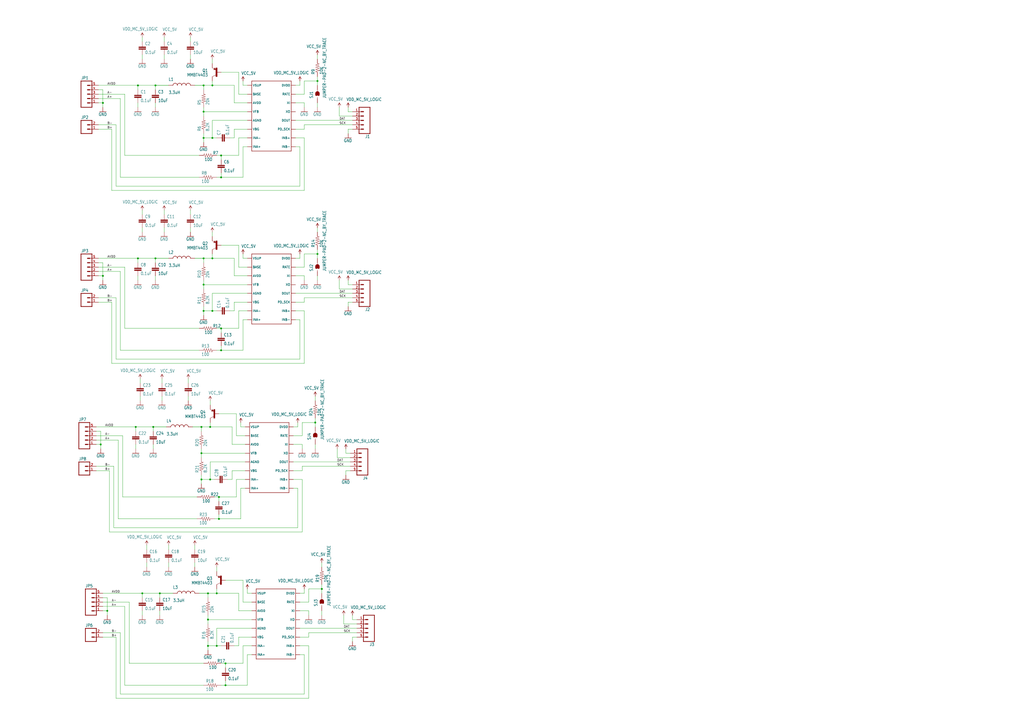
<source format=kicad_sch>
(kicad_sch (version 20231120) (generator "eeschema") (generator_version "8.0")
  (paper "A2")
  (junction (at 186.69 341.63))
  (junction (at 184.15 147.32))
  (junction (at 120.65 374.65))
  (junction (at 78.74 247.65))
  (junction (at 123.19 80.01))
  (junction (at 118.11 64.77))
  (junction (at 120.65 359.41))
  (junction (at 116.84 262.89))
  (junction (at 116.84 278.13))
  (junction (at 118.11 180.34))
  (junction (at 127 288.29))
  (junction (at 127 300.99))
  (junction (at 80.01 149.86))
  (junction (at 59.69 160.02))
  (junction (at 118.11 80.01))
  (junction (at 82.55 344.17))
  (junction (at 184.15 46.99))
  (junction (at 118.11 165.1))
  (junction (at 116.84 247.65))
  (junction (at 123.19 49.53))
  (junction (at 62.23 354.33))
  (junction (at 123.19 149.86))
  (junction (at 128.27 102.87))
  (junction (at 123.19 180.34))
  (junction (at 128.27 90.17))
  (junction (at 118.11 49.53))
  (junction (at 121.92 247.65))
  (junction (at 130.81 397.51))
  (junction (at 90.17 149.86))
  (junction (at 118.11 149.86))
  (junction (at 59.69 59.69))
  (junction (at 58.42 257.81))
  (junction (at 120.65 344.17))
  (junction (at 128.27 203.2))
  (junction (at 130.81 384.81))
  (junction (at 128.27 190.5))
  (junction (at 125.73 374.65))
  (junction (at 121.92 278.13))
  (junction (at 125.73 344.17))
  (junction (at 182.88 245.11))
  (junction (at 90.17 49.53))
  (junction (at 92.71 344.17))
  (junction (at 80.01 49.53))
  (junction (at 88.9 247.65))
  (wire (pts (xy 173.99 349.25) (xy 179.07 349.25)) (stroke (width 0.1524)))
  (wire (pts (xy 186.69 328.93) (xy 186.69 326.39)) (stroke (width 0.1524)))
  (wire (pts (xy 143.51 64.77) (xy 118.11 64.77)) (stroke (width 0.1524)))
  (wire (pts (xy 176.53 210.82) (xy 64.77 210.82)) (stroke (width 0.1524)))
  (wire (pts (xy 138.43 344.17) (xy 125.73 344.17)) (stroke (width 0.1524)))
  (wire (pts (xy 74.93 384.81) (xy 74.93 349.25)) (stroke (width 0.1524)))
  (wire (pts (xy 204.47 167.64) (xy 196.85 167.64)) (stroke (width 0.1524)))
  (wire (pts (xy 88.9 247.65) (xy 96.52 247.65)) (stroke (width 0.2032)))
  (wire (pts (xy 171.45 185.42) (xy 173.99 185.42)) (stroke (width 0.1524)))
  (wire (pts (xy 173.99 374.65) (xy 179.07 374.65)) (stroke (width 0.1524)))
  (wire (pts (xy 176.53 72.39) (xy 204.47 72.39)) (stroke (width 0.1524)))
  (wire (pts (xy 128.27 203.2) (xy 125.73 203.2)) (stroke (width 0.1524)))
  (wire (pts (xy 143.51 85.09) (xy 140.97 85.09)) (stroke (width 0.1524)))
  (wire (pts (xy 92.71 344.17) (xy 82.55 344.17)) (stroke (width 0.1524)))
  (wire (pts (xy 146.05 364.49) (xy 125.73 364.49)) (stroke (width 0.1524)))
  (wire (pts (xy 140.97 102.87) (xy 128.27 102.87)) (stroke (width 0.1524)))
  (wire (pts (xy 179.07 369.57) (xy 179.07 367.03)) (stroke (width 0.1524)))
  (wire (pts (xy 173.99 149.86) (xy 173.99 147.32)) (stroke (width 0.1524)))
  (wire (pts (xy 184.15 46.99) (xy 176.53 46.99)) (stroke (width 0.1524)))
  (wire (pts (xy 123.19 34.29) (xy 123.19 36.83)) (stroke (width 0.1524)))
  (wire (pts (xy 115.57 190.5) (xy 72.39 190.5)) (stroke (width 0.1524)))
  (wire (pts (xy 116.84 275.59) (xy 116.84 278.13)) (stroke (width 0.1524)))
  (wire (pts (xy 200.66 273.05) (xy 200.66 275.59)) (stroke (width 0.1524)))
  (wire (pts (xy 137.16 240.03) (xy 137.16 252.73)) (stroke (width 0.1524)))
  (wire (pts (xy 72.39 190.5) (xy 72.39 154.94)) (stroke (width 0.1524)))
  (wire (pts (xy 142.24 283.21) (xy 139.7 283.21)) (stroke (width 0.1524)))
  (wire (pts (xy 59.69 152.4) (xy 59.69 160.02)) (stroke (width 0.1524)))
  (wire (pts (xy 173.99 369.57) (xy 179.07 369.57)) (stroke (width 0.1524)))
  (wire (pts (xy 140.97 46.99) (xy 140.97 49.53)) (stroke (width 0.1524)))
  (wire (pts (xy 171.45 54.61) (xy 176.53 54.61)) (stroke (width 0.1524)))
  (wire (pts (xy 139.7 245.11) (xy 139.7 247.65)) (stroke (width 0.1524)))
  (wire (pts (xy 204.47 67.31) (xy 196.85 67.31)) (stroke (width 0.1524)))
  (wire (pts (xy 57.15 59.69) (xy 59.69 59.69)) (stroke (width 0.1524)))
  (wire (pts (xy 69.85 157.48) (xy 57.15 157.48)) (stroke (width 0.1524)))
  (wire (pts (xy 113.03 326.39) (xy 113.03 328.93)) (stroke (width 0.1524)))
  (wire (pts (xy 146.05 369.57) (xy 138.43 369.57)) (stroke (width 0.1524)))
  (wire (pts (xy 135.89 180.34) (xy 133.35 180.34)) (stroke (width 0.1524)))
  (wire (pts (xy 128.27 90.17) (xy 125.73 90.17)) (stroke (width 0.1524)))
  (wire (pts (xy 176.53 59.69) (xy 176.53 62.23)) (stroke (width 0.1524)))
  (wire (pts (xy 110.49 31.75) (xy 110.49 34.29)) (stroke (width 0.1524)))
  (wire (pts (xy 72.39 351.79) (xy 59.69 351.79)) (stroke (width 0.1524)))
  (wire (pts (xy 173.99 344.17) (xy 176.53 344.17)) (stroke (width 0.1524)))
  (wire (pts (xy 62.23 354.33) (xy 62.23 356.87)) (stroke (width 0.1524)))
  (wire (pts (xy 127 240.03) (xy 137.16 240.03)) (stroke (width 0.1524)))
  (wire (pts (xy 182.88 245.11) (xy 175.26 245.11)) (stroke (width 0.1524)))
  (wire (pts (xy 207.01 369.57) (xy 204.47 369.57)) (stroke (width 0.1524)))
  (wire (pts (xy 59.69 59.69) (xy 59.69 62.23)) (stroke (width 0.1524)))
  (wire (pts (xy 179.07 367.03) (xy 207.01 367.03)) (stroke (width 0.1524)))
  (wire (pts (xy 123.19 134.62) (xy 123.19 137.16)) (stroke (width 0.1524)))
  (wire (pts (xy 182.88 257.81) (xy 182.88 260.35)) (stroke (width 0.1524)))
  (wire (pts (xy 135.89 74.93) (xy 135.89 80.01)) (stroke (width 0.1524)))
  (wire (pts (xy 110.49 132.08) (xy 110.49 134.62)) (stroke (width 0.1524)))
  (wire (pts (xy 142.24 267.97) (xy 121.92 267.97)) (stroke (width 0.1524)))
  (wire (pts (xy 127 298.45) (xy 127 300.99)) (stroke (width 0.1524)))
  (wire (pts (xy 173.99 354.33) (xy 179.07 354.33)) (stroke (width 0.1524)))
  (wire (pts (xy 118.11 67.31) (xy 118.11 64.77)) (stroke (width 0.1524)))
  (wire (pts (xy 176.53 344.17) (xy 176.53 341.63)) (stroke (width 0.1524)))
  (wire (pts (xy 143.51 69.85) (xy 123.19 69.85)) (stroke (width 0.1524)))
  (wire (pts (xy 72.39 397.51) (xy 72.39 351.79)) (stroke (width 0.1524)))
  (wire (pts (xy 204.47 356.87) (xy 204.47 359.41)) (stroke (width 0.1524)))
  (wire (pts (xy 72.39 54.61) (xy 57.15 54.61)) (stroke (width 0.1524)))
  (wire (pts (xy 134.62 278.13) (xy 132.08 278.13)) (stroke (width 0.1524)))
  (wire (pts (xy 173.99 208.28) (xy 67.31 208.28)) (stroke (width 0.1524)))
  (wire (pts (xy 63.5 273.05) (xy 55.88 273.05)) (stroke (width 0.1524)))
  (wire (pts (xy 118.11 77.47) (xy 118.11 80.01)) (stroke (width 0.1524)))
  (wire (pts (xy 69.85 203.2) (xy 69.85 157.48)) (stroke (width 0.1524)))
  (wire (pts (xy 95.25 134.62) (xy 95.25 132.08)) (stroke (width 0.1524)))
  (wire (pts (xy 85.09 328.93) (xy 85.09 326.39)) (stroke (width 0.1524)))
  (wire (pts (xy 143.51 74.93) (xy 135.89 74.93)) (stroke (width 0.1524)))
  (wire (pts (xy 121.92 245.11) (xy 121.92 247.65)) (stroke (width 0.1524)))
  (wire (pts (xy 140.97 85.09) (xy 140.97 102.87)) (stroke (width 0.1524)))
  (wire (pts (xy 171.45 80.01) (xy 176.53 80.01)) (stroke (width 0.1524)))
  (wire (pts (xy 125.73 341.63) (xy 125.73 344.17)) (stroke (width 0.1524)))
  (wire (pts (xy 118.11 167.64) (xy 118.11 165.1)) (stroke (width 0.1524)))
  (wire (pts (xy 66.04 270.51) (xy 55.88 270.51)) (stroke (width 0.1524)))
  (wire (pts (xy 143.51 160.02) (xy 135.89 160.02)) (stroke (width 0.1524)))
  (wire (pts (xy 143.51 341.63) (xy 143.51 344.17)) (stroke (width 0.1524)))
  (wire (pts (xy 57.15 152.4) (xy 59.69 152.4)) (stroke (width 0.1524)))
  (wire (pts (xy 201.93 74.93) (xy 201.93 77.47)) (stroke (width 0.1524)))
  (wire (pts (xy 123.19 49.53) (xy 118.11 49.53)) (stroke (width 0.1524)))
  (wire (pts (xy 82.55 21.59) (xy 82.55 24.13)) (stroke (width 0.1524)))
  (wire (pts (xy 109.22 229.87) (xy 109.22 232.41)) (stroke (width 0.1524)))
  (wire (pts (xy 179.07 354.33) (xy 179.07 356.87)) (stroke (width 0.1524)))
  (wire (pts (xy 109.22 222.25) (xy 109.22 219.71)) (stroke (width 0.1524)))
  (wire (pts (xy 134.62 247.65) (xy 121.92 247.65)) (stroke (width 0.1524)))
  (wire (pts (xy 138.43 190.5) (xy 128.27 190.5)) (stroke (width 0.1524)))
  (wire (pts (xy 175.26 273.05) (xy 175.26 270.51)) (stroke (width 0.1524)))
  (wire (pts (xy 175.26 278.13) (xy 175.26 308.61)) (stroke (width 0.1524)))
  (wire (pts (xy 171.45 74.93) (xy 176.53 74.93)) (stroke (width 0.1524)))
  (wire (pts (xy 143.51 80.01) (xy 138.43 80.01)) (stroke (width 0.1524)))
  (wire (pts (xy 90.17 149.86) (xy 80.01 149.86)) (stroke (width 0.1524)))
  (wire (pts (xy 80.01 49.53) (xy 57.15 49.53)) (stroke (width 0.1524)))
  (wire (pts (xy 115.57 203.2) (xy 69.85 203.2)) (stroke (width 0.1524)))
  (wire (pts (xy 170.18 257.81) (xy 175.26 257.81)) (stroke (width 0.1524)))
  (wire (pts (xy 186.69 341.63) (xy 179.07 341.63)) (stroke (width 0.1524)))
  (wire (pts (xy 125.73 180.34) (xy 123.19 180.34)) (stroke (width 0.1524)))
  (wire (pts (xy 118.11 82.55) (xy 118.11 80.01)) (stroke (width 0.1524)))
  (wire (pts (xy 179.07 341.63) (xy 179.07 349.25)) (stroke (width 0.1524)))
  (wire (pts (xy 201.93 62.23) (xy 201.93 64.77)) (stroke (width 0.1524)))
  (wire (pts (xy 72.39 154.94) (xy 57.15 154.94)) (stroke (width 0.1524)))
  (wire (pts (xy 78.74 247.65) (xy 55.88 247.65)) (stroke (width 0.1524)))
  (wire (pts (xy 120.65 372.11) (xy 120.65 374.65)) (stroke (width 0.1524)))
  (wire (pts (xy 68.58 255.27) (xy 55.88 255.27)) (stroke (width 0.1524)))
  (wire (pts (xy 138.43 41.91) (xy 138.43 54.61)) (stroke (width 0.1524)))
  (wire (pts (xy 128.27 92.71) (xy 128.27 90.17)) (stroke (width 0.1524)))
  (wire (pts (xy 128.27 100.33) (xy 128.27 102.87)) (stroke (width 0.1524)))
  (wire (pts (xy 170.18 273.05) (xy 175.26 273.05)) (stroke (width 0.1524)))
  (wire (pts (xy 82.55 344.17) (xy 59.69 344.17)) (stroke (width 0.1524)))
  (wire (pts (xy 58.42 250.19) (xy 58.42 257.81)) (stroke (width 0.1524)))
  (wire (pts (xy 123.19 46.99) (xy 123.19 49.53)) (stroke (width 0.1524)))
  (wire (pts (xy 59.69 52.07) (xy 59.69 59.69)) (stroke (width 0.1524)))
  (wire (pts (xy 130.81 394.97) (xy 130.81 397.51)) (stroke (width 0.1524)))
  (wire (pts (xy 173.99 85.09) (xy 173.99 107.95)) (stroke (width 0.1524)))
  (wire (pts (xy 134.62 257.81) (xy 134.62 247.65)) (stroke (width 0.1524)))
  (wire (pts (xy 118.11 64.77) (xy 118.11 62.23)) (stroke (width 0.1524)))
  (wire (pts (xy 113.03 49.53) (xy 118.11 49.53)) (stroke (width 0.2032)))
  (wire (pts (xy 121.92 278.13) (xy 116.84 278.13)) (stroke (width 0.1524)))
  (wire (pts (xy 82.55 34.29) (xy 82.55 31.75)) (stroke (width 0.1524)))
  (wire (pts (xy 55.88 250.19) (xy 58.42 250.19)) (stroke (width 0.1524)))
  (wire (pts (xy 116.84 265.43) (xy 116.84 262.89)) (stroke (width 0.1524)))
  (wire (pts (xy 135.89 160.02) (xy 135.89 149.86)) (stroke (width 0.1524)))
  (wire (pts (xy 170.18 252.73) (xy 175.26 252.73)) (stroke (width 0.1524)))
  (wire (pts (xy 123.19 170.18) (xy 123.19 180.34)) (stroke (width 0.1524)))
  (wire (pts (xy 114.3 288.29) (xy 71.12 288.29)) (stroke (width 0.1524)))
  (wire (pts (xy 175.26 270.51) (xy 203.2 270.51)) (stroke (width 0.1524)))
  (wire (pts (xy 128.27 200.66) (xy 128.27 203.2)) (stroke (width 0.1524)))
  (wire (pts (xy 62.23 346.71) (xy 62.23 354.33)) (stroke (width 0.1524)))
  (wire (pts (xy 123.19 69.85) (xy 123.19 80.01)) (stroke (width 0.1524)))
  (wire (pts (xy 121.92 267.97) (xy 121.92 278.13)) (stroke (width 0.1524)))
  (wire (pts (xy 80.01 52.07) (xy 80.01 49.53)) (stroke (width 0.1524)))
  (wire (pts (xy 88.9 260.35) (xy 88.9 257.81)) (stroke (width 0.1524)))
  (wire (pts (xy 172.72 306.07) (xy 66.04 306.07)) (stroke (width 0.1524)))
  (wire (pts (xy 182.88 242.57) (xy 182.88 245.11)) (stroke (width 0.1524)))
  (wire (pts (xy 140.97 374.65) (xy 140.97 384.81)) (stroke (width 0.1524)))
  (wire (pts (xy 176.53 180.34) (xy 176.53 210.82)) (stroke (width 0.1524)))
  (wire (pts (xy 201.93 165.1) (xy 204.47 165.1)) (stroke (width 0.1524)))
  (wire (pts (xy 82.55 134.62) (xy 82.55 132.08)) (stroke (width 0.1524)))
  (wire (pts (xy 171.45 175.26) (xy 176.53 175.26)) (stroke (width 0.1524)))
  (wire (pts (xy 82.55 346.71) (xy 82.55 344.17)) (stroke (width 0.1524)))
  (wire (pts (xy 114.3 300.99) (xy 68.58 300.99)) (stroke (width 0.1524)))
  (wire (pts (xy 90.17 49.53) (xy 97.79 49.53)) (stroke (width 0.2032)))
  (wire (pts (xy 115.57 102.87) (xy 69.85 102.87)) (stroke (width 0.1524)))
  (wire (pts (xy 138.43 90.17) (xy 128.27 90.17)) (stroke (width 0.1524)))
  (wire (pts (xy 184.15 59.69) (xy 184.15 62.23)) (stroke (width 0.1524)))
  (wire (pts (xy 182.88 232.41) (xy 182.88 229.87)) (stroke (width 0.1524)))
  (wire (pts (xy 140.97 147.32) (xy 140.97 149.86)) (stroke (width 0.1524)))
  (wire (pts (xy 69.85 367.03) (xy 59.69 367.03)) (stroke (width 0.1524)))
  (wire (pts (xy 116.84 280.67) (xy 116.84 278.13)) (stroke (width 0.1524)))
  (wire (pts (xy 176.53 46.99) (xy 176.53 54.61)) (stroke (width 0.1524)))
  (wire (pts (xy 171.45 170.18) (xy 204.47 170.18)) (stroke (width 0.1524)))
  (wire (pts (xy 143.51 379.73) (xy 143.51 397.51)) (stroke (width 0.1524)))
  (wire (pts (xy 140.97 384.81) (xy 130.81 384.81)) (stroke (width 0.1524)))
  (wire (pts (xy 143.51 175.26) (xy 135.89 175.26)) (stroke (width 0.1524)))
  (wire (pts (xy 137.16 278.13) (xy 137.16 288.29)) (stroke (width 0.1524)))
  (wire (pts (xy 130.81 397.51) (xy 128.27 397.51)) (stroke (width 0.1524)))
  (wire (pts (xy 170.18 283.21) (xy 172.72 283.21)) (stroke (width 0.1524)))
  (wire (pts (xy 175.26 257.81) (xy 175.26 260.35)) (stroke (width 0.1524)))
  (wire (pts (xy 143.51 54.61) (xy 138.43 54.61)) (stroke (width 0.1524)))
  (wire (pts (xy 143.51 185.42) (xy 140.97 185.42)) (stroke (width 0.1524)))
  (wire (pts (xy 143.51 180.34) (xy 138.43 180.34)) (stroke (width 0.1524)))
  (wire (pts (xy 142.24 262.89) (xy 116.84 262.89)) (stroke (width 0.1524)))
  (wire (pts (xy 199.39 361.95) (xy 199.39 356.87)) (stroke (width 0.1524)))
  (wire (pts (xy 121.92 247.65) (xy 116.84 247.65)) (stroke (width 0.1524)))
  (wire (pts (xy 81.28 232.41) (xy 81.28 229.87)) (stroke (width 0.1524)))
  (wire (pts (xy 170.18 267.97) (xy 203.2 267.97)) (stroke (width 0.1524)))
  (wire (pts (xy 195.58 265.43) (xy 195.58 260.35)) (stroke (width 0.1524)))
  (wire (pts (xy 88.9 247.65) (xy 78.74 247.65)) (stroke (width 0.1524)))
  (wire (pts (xy 176.53 147.32) (xy 176.53 154.94)) (stroke (width 0.1524)))
  (wire (pts (xy 201.93 64.77) (xy 204.47 64.77)) (stroke (width 0.1524)))
  (wire (pts (xy 64.77 175.26) (xy 57.15 175.26)) (stroke (width 0.1524)))
  (wire (pts (xy 170.18 278.13) (xy 175.26 278.13)) (stroke (width 0.1524)))
  (wire (pts (xy 142.24 273.05) (xy 134.62 273.05)) (stroke (width 0.1524)))
  (wire (pts (xy 123.19 149.86) (xy 118.11 149.86)) (stroke (width 0.1524)))
  (wire (pts (xy 175.26 308.61) (xy 63.5 308.61)) (stroke (width 0.1524)))
  (wire (pts (xy 81.28 219.71) (xy 81.28 222.25)) (stroke (width 0.1524)))
  (wire (pts (xy 128.27 102.87) (xy 125.73 102.87)) (stroke (width 0.1524)))
  (wire (pts (xy 120.65 346.71) (xy 120.65 344.17)) (stroke (width 0.1524)))
  (wire (pts (xy 92.71 344.17) (xy 92.71 346.71)) (stroke (width 0.1524)))
  (wire (pts (xy 140.97 185.42) (xy 140.97 203.2)) (stroke (width 0.1524)))
  (wire (pts (xy 138.43 180.34) (xy 138.43 190.5)) (stroke (width 0.1524)))
  (wire (pts (xy 146.05 349.25) (xy 140.97 349.25)) (stroke (width 0.1524)))
  (wire (pts (xy 88.9 247.65) (xy 88.9 250.19)) (stroke (width 0.1524)))
  (wire (pts (xy 125.73 364.49) (xy 125.73 374.65)) (stroke (width 0.1524)))
  (wire (pts (xy 110.49 124.46) (xy 110.49 121.92)) (stroke (width 0.1524)))
  (wire (pts (xy 143.51 59.69) (xy 135.89 59.69)) (stroke (width 0.1524)))
  (wire (pts (xy 135.89 149.86) (xy 123.19 149.86)) (stroke (width 0.1524)))
  (wire (pts (xy 123.19 180.34) (xy 118.11 180.34)) (stroke (width 0.1524)))
  (wire (pts (xy 97.79 328.93) (xy 97.79 326.39)) (stroke (width 0.1524)))
  (wire (pts (xy 71.12 288.29) (xy 71.12 252.73)) (stroke (width 0.1524)))
  (wire (pts (xy 92.71 356.87) (xy 92.71 354.33)) (stroke (width 0.1524)))
  (wire (pts (xy 128.27 41.91) (xy 138.43 41.91)) (stroke (width 0.1524)))
  (wire (pts (xy 204.47 359.41) (xy 207.01 359.41)) (stroke (width 0.1524)))
  (wire (pts (xy 175.26 245.11) (xy 175.26 252.73)) (stroke (width 0.1524)))
  (wire (pts (xy 72.39 90.17) (xy 72.39 54.61)) (stroke (width 0.1524)))
  (wire (pts (xy 142.24 278.13) (xy 137.16 278.13)) (stroke (width 0.1524)))
  (wire (pts (xy 95.25 121.92) (xy 95.25 124.46)) (stroke (width 0.1524)))
  (wire (pts (xy 90.17 149.86) (xy 90.17 152.4)) (stroke (width 0.1524)))
  (wire (pts (xy 59.69 160.02) (xy 59.69 162.56)) (stroke (width 0.1524)))
  (wire (pts (xy 135.89 175.26) (xy 135.89 180.34)) (stroke (width 0.1524)))
  (wire (pts (xy 176.53 160.02) (xy 176.53 162.56)) (stroke (width 0.1524)))
  (wire (pts (xy 143.51 154.94) (xy 138.43 154.94)) (stroke (width 0.1524)))
  (wire (pts (xy 111.76 247.65) (xy 116.84 247.65)) (stroke (width 0.2032)))
  (wire (pts (xy 124.46 278.13) (xy 121.92 278.13)) (stroke (width 0.1524)))
  (wire (pts (xy 123.19 80.01) (xy 118.11 80.01)) (stroke (width 0.1524)))
  (wire (pts (xy 110.49 24.13) (xy 110.49 21.59)) (stroke (width 0.1524)))
  (wire (pts (xy 130.81 387.35) (xy 130.81 384.81)) (stroke (width 0.1524)))
  (wire (pts (xy 67.31 107.95) (xy 67.31 72.39)) (stroke (width 0.1524)))
  (wire (pts (xy 80.01 59.69) (xy 80.01 62.23)) (stroke (width 0.1524)))
  (wire (pts (xy 139.7 283.21) (xy 139.7 300.99)) (stroke (width 0.1524)))
  (wire (pts (xy 196.85 67.31) (xy 196.85 62.23)) (stroke (width 0.1524)))
  (wire (pts (xy 90.17 49.53) (xy 80.01 49.53)) (stroke (width 0.1524)))
  (wire (pts (xy 67.31 208.28) (xy 67.31 172.72)) (stroke (width 0.1524)))
  (wire (pts (xy 171.45 180.34) (xy 176.53 180.34)) (stroke (width 0.1524)))
  (wire (pts (xy 115.57 344.17) (xy 120.65 344.17)) (stroke (width 0.2032)))
  (wire (pts (xy 186.69 339.09) (xy 186.69 341.63)) (stroke (width 0.1524)))
  (wire (pts (xy 93.98 219.71) (xy 93.98 222.25)) (stroke (width 0.1524)))
  (wire (pts (xy 63.5 308.61) (xy 63.5 273.05)) (stroke (width 0.1524)))
  (wire (pts (xy 176.53 379.73) (xy 176.53 402.59)) (stroke (width 0.1524)))
  (wire (pts (xy 196.85 167.64) (xy 196.85 162.56)) (stroke (width 0.1524)))
  (wire (pts (xy 184.15 44.45) (xy 184.15 46.99)) (stroke (width 0.1524)))
  (wire (pts (xy 201.93 175.26) (xy 201.93 177.8)) (stroke (width 0.1524)))
  (wire (pts (xy 120.65 377.19) (xy 120.65 374.65)) (stroke (width 0.1524)))
  (wire (pts (xy 125.73 80.01) (xy 123.19 80.01)) (stroke (width 0.1524)))
  (wire (pts (xy 146.05 374.65) (xy 140.97 374.65)) (stroke (width 0.1524)))
  (wire (pts (xy 146.05 359.41) (xy 120.65 359.41)) (stroke (width 0.1524)))
  (wire (pts (xy 171.45 49.53) (xy 173.99 49.53)) (stroke (width 0.1524)))
  (wire (pts (xy 173.99 364.49) (xy 207.01 364.49)) (stroke (width 0.1524)))
  (wire (pts (xy 90.17 149.86) (xy 97.79 149.86)) (stroke (width 0.2032)))
  (wire (pts (xy 203.2 265.43) (xy 195.58 265.43)) (stroke (width 0.1524)))
  (wire (pts (xy 118.11 182.88) (xy 118.11 180.34)) (stroke (width 0.1524)))
  (wire (pts (xy 118.11 52.07) (xy 118.11 49.53)) (stroke (width 0.1524)))
  (wire (pts (xy 68.58 300.99) (xy 68.58 255.27)) (stroke (width 0.1524)))
  (wire (pts (xy 200.66 260.35) (xy 200.66 262.89)) (stroke (width 0.1524)))
  (wire (pts (xy 171.45 69.85) (xy 204.47 69.85)) (stroke (width 0.1524)))
  (wire (pts (xy 59.69 346.71) (xy 62.23 346.71)) (stroke (width 0.1524)))
  (wire (pts (xy 186.69 354.33) (xy 186.69 356.87)) (stroke (width 0.1524)))
  (wire (pts (xy 142.24 252.73) (xy 137.16 252.73)) (stroke (width 0.1524)))
  (wire (pts (xy 71.12 252.73) (xy 55.88 252.73)) (stroke (width 0.1524)))
  (wire (pts (xy 139.7 300.99) (xy 127 300.99)) (stroke (width 0.1524)))
  (wire (pts (xy 120.65 361.95) (xy 120.65 359.41)) (stroke (width 0.1524)))
  (wire (pts (xy 200.66 262.89) (xy 203.2 262.89)) (stroke (width 0.1524)))
  (wire (pts (xy 135.89 59.69) (xy 135.89 49.53)) (stroke (width 0.1524)))
  (wire (pts (xy 204.47 369.57) (xy 204.47 372.11)) (stroke (width 0.1524)))
  (wire (pts (xy 69.85 402.59) (xy 69.85 367.03)) (stroke (width 0.1524)))
  (wire (pts (xy 176.53 110.49) (xy 64.77 110.49)) (stroke (width 0.1524)))
  (wire (pts (xy 90.17 49.53) (xy 90.17 52.07)) (stroke (width 0.1524)))
  (wire (pts (xy 118.11 384.81) (xy 74.93 384.81)) (stroke (width 0.1524)))
  (wire (pts (xy 120.65 359.41) (xy 120.65 356.87)) (stroke (width 0.1524)))
  (wire (pts (xy 171.45 160.02) (xy 176.53 160.02)) (stroke (width 0.1524)))
  (wire (pts (xy 123.19 147.32) (xy 123.19 149.86)) (stroke (width 0.1524)))
  (wire (pts (xy 58.42 257.81) (xy 58.42 260.35)) (stroke (width 0.1524)))
  (wire (pts (xy 171.45 154.94) (xy 176.53 154.94)) (stroke (width 0.1524)))
  (wire (pts (xy 203.2 273.05) (xy 200.66 273.05)) (stroke (width 0.1524)))
  (wire (pts (xy 57.15 160.02) (xy 59.69 160.02)) (stroke (width 0.1524)))
  (wire (pts (xy 55.88 257.81) (xy 58.42 257.81)) (stroke (width 0.1524)))
  (wire (pts (xy 140.97 203.2) (xy 128.27 203.2)) (stroke (width 0.1524)))
  (wire (pts (xy 90.17 62.23) (xy 90.17 59.69)) (stroke (width 0.1524)))
  (wire (pts (xy 172.72 247.65) (xy 172.72 245.11)) (stroke (width 0.1524)))
  (wire (pts (xy 184.15 160.02) (xy 184.15 162.56)) (stroke (width 0.1524)))
  (wire (pts (xy 176.53 80.01) (xy 176.53 110.49)) (stroke (width 0.1524)))
  (wire (pts (xy 204.47 175.26) (xy 201.93 175.26)) (stroke (width 0.1524)))
  (wire (pts (xy 67.31 72.39) (xy 57.15 72.39)) (stroke (width 0.1524)))
  (wire (pts (xy 64.77 110.49) (xy 64.77 74.93)) (stroke (width 0.1524)))
  (wire (pts (xy 138.43 374.65) (xy 135.89 374.65)) (stroke (width 0.1524)))
  (wire (pts (xy 116.84 262.89) (xy 116.84 260.35)) (stroke (width 0.1524)))
  (wire (pts (xy 176.53 74.93) (xy 176.53 72.39)) (stroke (width 0.1524)))
  (wire (pts (xy 146.05 379.73) (xy 143.51 379.73)) (stroke (width 0.1524)))
  (wire (pts (xy 184.15 134.62) (xy 184.15 132.08)) (stroke (width 0.1524)))
  (wire (pts (xy 127 290.83) (xy 127 288.29)) (stroke (width 0.1524)))
  (wire (pts (xy 201.93 162.56) (xy 201.93 165.1)) (stroke (width 0.1524)))
  (wire (pts (xy 130.81 384.81) (xy 128.27 384.81)) (stroke (width 0.1524)))
  (wire (pts (xy 66.04 306.07) (xy 66.04 270.51)) (stroke (width 0.1524)))
  (wire (pts (xy 204.47 74.93) (xy 201.93 74.93)) (stroke (width 0.1524)))
  (wire (pts (xy 171.45 59.69) (xy 176.53 59.69)) (stroke (width 0.1524)))
  (wire (pts (xy 142.24 257.81) (xy 134.62 257.81)) (stroke (width 0.1524)))
  (wire (pts (xy 138.43 142.24) (xy 138.43 154.94)) (stroke (width 0.1524)))
  (wire (pts (xy 69.85 102.87) (xy 69.85 57.15)) (stroke (width 0.1524)))
  (wire (pts (xy 115.57 90.17) (xy 72.39 90.17)) (stroke (width 0.1524)))
  (wire (pts (xy 82.55 354.33) (xy 82.55 356.87)) (stroke (width 0.1524)))
  (wire (pts (xy 67.31 405.13) (xy 67.31 369.57)) (stroke (width 0.1524)))
  (wire (pts (xy 140.97 336.55) (xy 140.97 349.25)) (stroke (width 0.1524)))
  (wire (pts (xy 118.11 397.51) (xy 72.39 397.51)) (stroke (width 0.1524)))
  (wire (pts (xy 92.71 344.17) (xy 100.33 344.17)) (stroke (width 0.2032)))
  (wire (pts (xy 139.7 247.65) (xy 142.24 247.65)) (stroke (width 0.1524)))
  (wire (pts (xy 143.51 344.17) (xy 146.05 344.17)) (stroke (width 0.1524)))
  (wire (pts (xy 143.51 397.51) (xy 130.81 397.51)) (stroke (width 0.1524)))
  (wire (pts (xy 127 288.29) (xy 124.46 288.29)) (stroke (width 0.1524)))
  (wire (pts (xy 184.15 34.29) (xy 184.15 31.75)) (stroke (width 0.1524)))
  (wire (pts (xy 182.88 245.11) (xy 182.88 247.65)) (stroke (width 0.1524)))
  (wire (pts (xy 125.73 328.93) (xy 125.73 331.47)) (stroke (width 0.1524)))
  (wire (pts (xy 186.69 341.63) (xy 186.69 344.17)) (stroke (width 0.1524)))
  (wire (pts (xy 140.97 49.53) (xy 143.51 49.53)) (stroke (width 0.1524)))
  (wire (pts (xy 85.09 316.23) (xy 85.09 318.77)) (stroke (width 0.1524)))
  (wire (pts (xy 184.15 147.32) (xy 176.53 147.32)) (stroke (width 0.1524)))
  (wire (pts (xy 118.11 165.1) (xy 118.11 162.56)) (stroke (width 0.1524)))
  (wire (pts (xy 125.73 344.17) (xy 120.65 344.17)) (stroke (width 0.1524)))
  (wire (pts (xy 78.74 250.19) (xy 78.74 247.65)) (stroke (width 0.1524)))
  (wire (pts (xy 173.99 49.53) (xy 173.99 46.99)) (stroke (width 0.1524)))
  (wire (pts (xy 113.03 318.77) (xy 113.03 316.23)) (stroke (width 0.1524)))
  (wire (pts (xy 64.77 74.93) (xy 57.15 74.93)) (stroke (width 0.1524)))
  (wire (pts (xy 179.07 374.65) (xy 179.07 405.13)) (stroke (width 0.1524)))
  (wire (pts (xy 171.45 85.09) (xy 173.99 85.09)) (stroke (width 0.1524)))
  (wire (pts (xy 64.77 210.82) (xy 64.77 175.26)) (stroke (width 0.1524)))
  (wire (pts (xy 80.01 160.02) (xy 80.01 162.56)) (stroke (width 0.1524)))
  (wire (pts (xy 128.27 193.04) (xy 128.27 190.5)) (stroke (width 0.1524)))
  (wire (pts (xy 173.99 379.73) (xy 176.53 379.73)) (stroke (width 0.1524)))
  (wire (pts (xy 97.79 316.23) (xy 97.79 318.77)) (stroke (width 0.1524)))
  (wire (pts (xy 135.89 49.53) (xy 123.19 49.53)) (stroke (width 0.1524)))
  (wire (pts (xy 118.11 177.8) (xy 118.11 180.34)) (stroke (width 0.1524)))
  (wire (pts (xy 80.01 152.4) (xy 80.01 149.86)) (stroke (width 0.1524)))
  (wire (pts (xy 90.17 162.56) (xy 90.17 160.02)) (stroke (width 0.1524)))
  (wire (pts (xy 118.11 152.4) (xy 118.11 149.86)) (stroke (width 0.1524)))
  (wire (pts (xy 146.05 354.33) (xy 138.43 354.33)) (stroke (width 0.1524)))
  (wire (pts (xy 184.15 144.78) (xy 184.15 147.32)) (stroke (width 0.1524)))
  (wire (pts (xy 179.07 405.13) (xy 67.31 405.13)) (stroke (width 0.1524)))
  (wire (pts (xy 95.25 34.29) (xy 95.25 31.75)) (stroke (width 0.1524)))
  (wire (pts (xy 130.81 336.55) (xy 140.97 336.55)) (stroke (width 0.1524)))
  (wire (pts (xy 69.85 57.15) (xy 57.15 57.15)) (stroke (width 0.1524)))
  (wire (pts (xy 176.53 402.59) (xy 69.85 402.59)) (stroke (width 0.1524)))
  (wire (pts (xy 121.92 232.41) (xy 121.92 234.95)) (stroke (width 0.1524)))
  (wire (pts (xy 170.18 247.65) (xy 172.72 247.65)) (stroke (width 0.1524)))
  (wire (pts (xy 184.15 46.99) (xy 184.15 49.53)) (stroke (width 0.1524)))
  (wire (pts (xy 184.15 147.32) (xy 184.15 149.86)) (stroke (width 0.1524)))
  (wire (pts (xy 173.99 185.42) (xy 173.99 208.28)) (stroke (width 0.1524)))
  (wire (pts (xy 172.72 283.21) (xy 172.72 306.07)) (stroke (width 0.1524)))
  (wire (pts (xy 67.31 369.57) (xy 59.69 369.57)) (stroke (width 0.1524)))
  (wire (pts (xy 207.01 361.95) (xy 199.39 361.95)) (stroke (width 0.1524)))
  (wire (pts (xy 113.03 149.86) (xy 118.11 149.86)) (stroke (width 0.2032)))
  (wire (pts (xy 135.89 80.01) (xy 133.35 80.01)) (stroke (width 0.1524)))
  (wire (pts (xy 171.45 149.86) (xy 173.99 149.86)) (stroke (width 0.1524)))
  (wire (pts (xy 59.69 354.33) (xy 62.23 354.33)) (stroke (width 0.1524)))
  (wire (pts (xy 138.43 369.57) (xy 138.43 374.65)) (stroke (width 0.1524)))
  (wire (pts (xy 137.16 288.29) (xy 127 288.29)) (stroke (width 0.1524)))
  (wire (pts (xy 128.27 190.5) (xy 125.73 190.5)) (stroke (width 0.1524)))
  (wire (pts (xy 93.98 232.41) (xy 93.98 229.87)) (stroke (width 0.1524)))
  (wire (pts (xy 82.55 121.92) (xy 82.55 124.46)) (stroke (width 0.1524)))
  (wire (pts (xy 125.73 374.65) (xy 120.65 374.65)) (stroke (width 0.1524)))
  (wire (pts (xy 138.43 354.33) (xy 138.43 344.17)) (stroke (width 0.1524)))
  (wire (pts (xy 173.99 107.95) (xy 67.31 107.95)) (stroke (width 0.1524)))
  (wire (pts (xy 176.53 175.26) (xy 176.53 172.72)) (stroke (width 0.1524)))
  (wire (pts (xy 74.93 349.25) (xy 59.69 349.25)) (stroke (width 0.1524)))
  (wire (pts (xy 138.43 80.01) (xy 138.43 90.17)) (stroke (width 0.1524)))
  (wire (pts (xy 57.15 52.07) (xy 59.69 52.07)) (stroke (width 0.1524)))
  (wire (pts (xy 128.27 142.24) (xy 138.43 142.24)) (stroke (width 0.1524)))
  (wire (pts (xy 80.01 149.86) (xy 57.15 149.86)) (stroke (width 0.1524)))
  (wire (pts (xy 143.51 170.18) (xy 123.19 170.18)) (stroke (width 0.1524)))
  (wire (pts (xy 140.97 149.86) (xy 143.51 149.86)) (stroke (width 0.1524)))
  (wire (pts (xy 116.84 250.19) (xy 116.84 247.65)) (stroke (width 0.1524)))
  (wire (pts (xy 67.31 172.72) (xy 57.15 172.72)) (stroke (width 0.1524)))
  (wire (pts (xy 134.62 273.05) (xy 134.62 278.13)) (stroke (width 0.1524)))
  (wire (pts (xy 176.53 172.72) (xy 204.47 172.72)) (stroke (width 0.1524)))
  (wire (pts (xy 78.74 257.81) (xy 78.74 260.35)) (stroke (width 0.1524)))
  (wire (pts (xy 128.27 374.65) (xy 125.73 374.65)) (stroke (width 0.1524)))
  (wire (pts (xy 95.25 21.59) (xy 95.25 24.13)) (stroke (width 0.1524)))
  (wire (pts (xy 143.51 165.1) (xy 118.11 165.1)) (stroke (width 0.1524)))
  (wire (pts (xy 127 300.99) (xy 124.46 300.99)) (stroke (width 0.1524)))
  (label "AVDD" (at 62.23 149.86 0) (effects (font (size 1.2446 1.2446))))
  (label "DAT" (at 195.58 267.97 0) (effects (font (size 1.2446 1.2446))))
  (label "B-" (at 62.23 72.39 0) (effects (font (size 1.2446 1.2446))))
  (label "DAT" (at 199.39 364.49 0) (effects (font (size 1.2446 1.2446))))
  (label "B-" (at 60.96 270.51 0) (effects (font (size 1.2446 1.2446))))
  (label "AVDD" (at 60.96 247.65 0) (effects (font (size 1.2446 1.2446))))
  (label "A-" (at 62.23 54.61 0) (effects (font (size 1.2446 1.2446))))
  (label "AVDD" (at 62.23 49.53 0) (effects (font (size 1.2446 1.2446))))
  (label "A+" (at 62.23 57.15 0) (effects (font (size 1.2446 1.2446))))
  (label "DAT" (at 196.85 170.18 0) (effects (font (size 1.2446 1.2446))))
  (label "A-" (at 60.96 252.73 0) (effects (font (size 1.2446 1.2446))))
  (label "A-" (at 62.23 154.94 0) (effects (font (size 1.2446 1.2446))))
  (label "SCK" (at 196.85 72.39 0) (effects (font (size 1.2446 1.2446))))
  (label "SCK" (at 199.39 367.03 0) (effects (font (size 1.2446 1.2446))))
  (label "B+" (at 62.23 74.93 0) (effects (font (size 1.2446 1.2446))))
  (label "AVDD" (at 64.77 344.17 0) (effects (font (size 1.2446 1.2446))))
  (label "A+" (at 64.77 351.79 0) (effects (font (size 1.2446 1.2446))))
  (label "DAT" (at 196.85 69.85 0) (effects (font (size 1.2446 1.2446))))
  (label "SCK" (at 195.58 270.51 0) (effects (font (size 1.2446 1.2446))))
  (label "B+" (at 62.23 175.26 0) (effects (font (size 1.2446 1.2446))))
  (label "B-" (at 62.23 172.72 0) (effects (font (size 1.2446 1.2446))))
  (label "SCK" (at 196.85 172.72 0) (effects (font (size 1.2446 1.2446))))
  (label "A+" (at 60.96 255.27 0) (effects (font (size 1.2446 1.2446))))
  (label "A+" (at 62.23 157.48 0) (effects (font (size 1.2446 1.2446))))
  (label "B+" (at 60.96 273.05 0) (effects (font (size 1.2446 1.2446))))
  (label "B+" (at 64.77 369.57 0) (effects (font (size 1.2446 1.2446))))
  (label "B-" (at 64.77 367.03 0) (effects (font (size 1.2446 1.2446))))
  (label "A-" (at 64.77 349.25 0) (effects (font (size 1.2446 1.2446))))
  (symbol (lib_id "SparkFun_HX711_Load_Cell-eagle-import:0.1UF-25V-5%(0603)") (at 130.81 180.34 90) (unit 1)
    (property "Reference" "C14" (at 127.889 178.816 0) (effects (font (size 1.778 1.5113)) (justify left bottom)))
    (property "Value" "0.1uF" (at 132.969 178.816 0) (effects (font (size 1.778 1.5113)) (justify left bottom)))
    (property "Footprint" "SparkFun_HX711_Load_Cell:0603-CAP" (effects (hide yes)))
  )
  (symbol (lib_id "SparkFun_HX711_Load_Cell-eagle-import:GND") (at 109.22 234.95 0) (unit 1)
    (property "Reference" "#GND036" (effects (hide yes)))
    (property "Value" "GND" (at 106.68 237.49 0) (effects (font (size 1.778 1.5113)) (justify left bottom)))
  )
  (symbol (lib_id "SparkFun_HX711_Load_Cell-eagle-import:GND") (at 59.69 165.1 0) (unit 1)
    (property "Reference" "#GND011" (effects (hide yes)))
    (property "Value" "GND" (at 57.15 167.64 0) (effects (font (size 1.778 1.5113)) (justify left bottom)))
  )
  (symbol (lib_id "SparkFun_HX711_Load_Cell-eagle-import:10UF50V20%(1210)") (at 110.49 29.21 0) (unit 1)
    (property "Reference" "C5" (at 112.014 26.289 0) (effects (font (size 1.778 1.5113)) (justify left bottom)))
    (property "Value" "10uF" (at 112.014 31.369 0) (effects (font (size 1.778 1.5113)) (justify left bottom)))
    (property "Footprint" "SparkFun_HX711_Load_Cell:1210" (effects (hide yes)))
  )
  (symbol (lib_id "SparkFun_HX711_Load_Cell-eagle-import:GND") (at 118.11 85.09 0) (unit 1)
    (property "Reference" "#GND07" (effects (hide yes)))
    (property "Value" "GND" (at 115.57 87.63 0) (effects (font (size 1.778 1.5113)) (justify left bottom)))
  )
  (symbol (lib_id "SparkFun_HX711_Load_Cell-eagle-import:VCC") (at 93.98 219.71 0) (unit 1)
    (property "Reference" "#SUPPLY029" (effects (hide yes)))
    (property "Value" "VCC_5V" (at 92.964 216.154 0) (effects (font (size 1.778 1.5113)) (justify left bottom)))
  )
  (symbol (lib_id "SparkFun_HX711_Load_Cell-eagle-import:VDD") (at 81.28 219.71 0) (unit 1)
    (property "Reference" "#SUPPLY028" (effects (hide yes)))
    (property "Value" "VDD_MC_5V_LOGIC" (at 69.85 215.9 0) (effects (font (size 1.778 1.5113)) (justify left bottom)))
  )
  (symbol (lib_id "SparkFun_HX711_Load_Cell-eagle-import:VCC") (at 123.19 34.29 0) (unit 1)
    (property "Reference" "#SUPPLY04" (effects (hide yes)))
    (property "Value" "VCC_5V" (at 122.174 30.734 0) (effects (font (size 1.778 1.5113)) (justify left bottom)))
  )
  (symbol (lib_id "SparkFun_HX711_Load_Cell-eagle-import:0.1UF-25V-5%(0603)") (at 81.28 227.33 0) (unit 1)
    (property "Reference" "C23" (at 82.804 224.409 0) (effects (font (size 1.778 1.5113)) (justify left bottom)))
    (property "Value" "0.1uF" (at 82.804 229.489 0) (effects (font (size 1.778 1.5113)) (justify left bottom)))
    (property "Footprint" "SparkFun_HX711_Load_Cell:0603-CAP" (effects (hide yes)))
  )
  (symbol (lib_id "SparkFun_HX711_Load_Cell-eagle-import:M05PTH") (at 212.09 170.18 180) (unit 1)
    (property "Reference" "J2" (at 214.63 178.562 0) (effects (font (size 1.778 1.5113)) (justify left bottom)))
    (property "Value" "M05PTH" (effects (hide yes)))
    (property "Footprint" "SparkFun_HX711_Load_Cell:1X05" (effects (hide yes)))
  )
  (symbol (lib_id "SparkFun_HX711_Load_Cell-eagle-import:0.1UF-25V-5%(0603)") (at 80.01 157.48 0) (unit 1)
    (property "Reference" "C8" (at 81.534 154.559 0) (effects (font (size 1.778 1.5113)) (justify left bottom)))
    (property "Value" "0.1uF" (at 81.534 159.639 0) (effects (font (size 1.778 1.5113)) (justify left bottom)))
    (property "Footprint" "SparkFun_HX711_Load_Cell:0603-CAP" (effects (hide yes)))
  )
  (symbol (lib_id "SparkFun_HX711_Load_Cell-eagle-import:VCC") (at 184.15 132.08 0) (unit 1)
    (property "Reference" "#SUPPLY016" (effects (hide yes)))
    (property "Value" "VCC_5V" (at 177.8 128.27 0) (effects (font (size 1.778 1.5113)) (justify left bottom)))
  )
  (symbol (lib_id "SparkFun_HX711_Load_Cell-eagle-import:INDUCTOR0805-IND") (at 105.41 149.86 90) (unit 1)
    (property "Reference" "L2" (at 97.79 147.32 90) (effects (font (size 1.778 1.5113)) (justify right top)))
    (property "Value" "3.3uH" (at 97.79 154.94 90) (effects (font (size 1.778 1.5113)) (justify right top)))
    (property "Footprint" "SparkFun_HX711_Load_Cell:0805" (effects (hide yes)))
  )
  (symbol (lib_id "SparkFun_HX711_Load_Cell-eagle-import:GND") (at 184.15 165.1 0) (unit 1)
    (property "Reference" "#GND019" (effects (hide yes)))
    (property "Value" "GND" (at 181.61 167.64 0) (effects (font (size 1.778 1.5113)) (justify left bottom)))
  )
  (symbol (lib_id "SparkFun_HX711_Load_Cell-eagle-import:GND") (at 81.28 234.95 0) (unit 1)
    (property "Reference" "#GND033" (effects (hide yes)))
    (property "Value" "GND" (at 78.74 237.49 0) (effects (font (size 1.778 1.5113)) (justify left bottom)))
  )
  (symbol (lib_id "SparkFun_HX711_Load_Cell-eagle-import:TRANSISTOR_PNPMMBT4403") (at 125.73 41.91 0) (mirror y) (unit 1)
    (property "Reference" "Q1" (at 120.65 41.91 0) (effects (font (size 1.778 1.5113)) (justify left bottom)))
    (property "Value" "MMBT4403" (at 120.65 44.45 0) (effects (font (size 1.778 1.5113)) (justify left bottom)))
    (property "Footprint" "SparkFun_HX711_Load_Cell:SOT23-3" (effects (hide yes)))
  )
  (symbol (lib_id "SparkFun_HX711_Load_Cell-eagle-import:VDD") (at 176.53 341.63 0) (unit 1)
    (property "Reference" "#SUPPLY024" (effects (hide yes)))
    (property "Value" "VDD_MC_5V_LOGIC" (at 161.29 337.82 0) (effects (font (size 1.778 1.5113)) (justify left bottom)))
  )
  (symbol (lib_id "SparkFun_HX711_Load_Cell-eagle-import:GND") (at 201.93 180.34 0) (unit 1)
    (property "Reference" "#GND020" (effects (hide yes)))
    (property "Value" "GND" (at 199.39 182.88 0) (effects (font (size 1.778 1.5113)) (justify left bottom)))
  )
  (symbol (lib_id "SparkFun_HX711_Load_Cell-eagle-import:100OHM-1/10W-1%(0603)") (at 119.38 288.29 0) (unit 1)
    (property "Reference" "R22" (at 122.174 287.782 0) (effects (font (size 1.778 1.5113)) (justify left bottom)))
    (property "Value" "100" (at 117.348 291.592 0) (effects (font (size 1.778 1.5113)) (justify left bottom)))
    (property "Footprint" "SparkFun_HX711_Load_Cell:0603-RES" (effects (hide yes)))
  )
  (symbol (lib_id "SparkFun_HX711_Load_Cell-eagle-import:0.1UF-25V-5%(0603)") (at 97.79 323.85 0) (unit 1)
    (property "Reference" "C18" (at 99.314 320.929 0) (effects (font (size 1.778 1.5113)) (justify left bottom)))
    (property "Value" "0.1uF" (at 99.314 326.009 0) (effects (font (size 1.778 1.5113)) (justify left bottom)))
    (property "Footprint" "SparkFun_HX711_Load_Cell:0603-CAP" (effects (hide yes)))
  )
  (symbol (lib_id "SparkFun_HX711_Load_Cell-eagle-import:VCC") (at 113.03 316.23 0) (unit 1)
    (property "Reference" "#SUPPLY021" (effects (hide yes)))
    (property "Value" "VCC_5V" (at 112.014 312.674 0) (effects (font (size 1.778 1.5113)) (justify left bottom)))
  )
  (symbol (lib_id "SparkFun_HX711_Load_Cell-eagle-import:0.1UF-25V-5%(0603)") (at 85.09 323.85 0) (unit 1)
    (property "Reference" "C16" (at 86.614 320.929 0) (effects (font (size 1.778 1.5113)) (justify left bottom)))
    (property "Value" "0.1uF" (at 86.614 326.009 0) (effects (font (size 1.778 1.5113)) (justify left bottom)))
    (property "Footprint" "SparkFun_HX711_Load_Cell:0603-CAP" (effects (hide yes)))
  )
  (symbol (lib_id "SparkFun_HX711_Load_Cell-eagle-import:INDUCTOR0805-IND") (at 105.41 49.53 90) (unit 1)
    (property "Reference" "L1" (at 97.79 46.99 90) (effects (font (size 1.778 1.5113)) (justify right top)))
    (property "Value" "3.3uH" (at 97.79 54.61 90) (effects (font (size 1.778 1.5113)) (justify right top)))
    (property "Footprint" "SparkFun_HX711_Load_Cell:0805" (effects (hide yes)))
  )
  (symbol (lib_id "SparkFun_HX711_Load_Cell-eagle-import:VCC") (at 139.7 245.11 0) (unit 1)
    (property "Reference" "#SUPPLY032" (effects (hide yes)))
    (property "Value" "VCC_5V" (at 138.684 241.554 0) (effects (font (size 1.778 1.5113)) (justify left bottom)))
  )
  (symbol (lib_id "SparkFun_HX711_Load_Cell-eagle-import:VDD") (at 173.99 147.32 0) (unit 1)
    (property "Reference" "#SUPPLY015" (effects (hide yes)))
    (property "Value" "VDD_MC_5V_LOGIC" (at 158.75 143.51 0) (effects (font (size 1.778 1.5113)) (justify left bottom)))
  )
  (symbol (lib_id "SparkFun_HX711_Load_Cell-eagle-import:0.1UF-25V-5%(0603)") (at 130.81 392.43 0) (unit 1)
    (property "Reference" "C20" (at 132.334 389.509 0) (effects (font (size 1.778 1.5113)) (justify left bottom)))
    (property "Value" "0.1uF" (at 132.334 394.589 0) (effects (font (size 1.778 1.5113)) (justify left bottom)))
    (property "Footprint" "SparkFun_HX711_Load_Cell:0603-CAP" (effects (hide yes)))
  )
  (symbol (lib_id "SparkFun_HX711_Load_Cell-eagle-import:VCC") (at 110.49 21.59 0) (unit 1)
    (property "Reference" "#SUPPLY03" (effects (hide yes)))
    (property "Value" "VCC_5V" (at 109.474 18.034 0) (effects (font (size 1.778 1.5113)) (justify left bottom)))
  )
  (symbol (lib_id "SparkFun_HX711_Load_Cell-eagle-import:VDD") (at 204.47 356.87 0) (unit 1)
    (property "Reference" "#SUPPLY027" (effects (hide yes)))
    (property "Value" "VDD_MC_5V_LOGIC" (at 203.454 353.314 0) (effects (font (size 1.778 1.5113)) (justify left bottom)))
  )
  (symbol (lib_id "SparkFun_HX711_Load_Cell-eagle-import:VCC") (at 199.39 356.87 0) (unit 1)
    (property "Reference" "#SUPPLY026" (effects (hide yes)))
    (property "Value" "VCC_5V" (at 193.04 353.06 0) (effects (font (size 1.778 1.5113)) (justify left bottom)))
  )
  (symbol (lib_id "SparkFun_HX711_Load_Cell-eagle-import:10KOHM-1/10W-1%(0603)0603") (at 184.15 139.7 90) (unit 1)
    (property "Reference" "R14" (at 182.6514 143.51 0) (effects (font (size 1.778 1.5113)) (justify left bottom)))
    (property "Value" "10K" (at 187.452 143.51 0) (effects (font (size 1.778 1.5113)) (justify left bottom)))
    (property "Footprint" "SparkFun_HX711_Load_Cell:0603-RES" (effects (hide yes)))
  )
  (symbol (lib_id "SparkFun_HX711_Load_Cell-eagle-import:INDUCTOR0805-IND") (at 104.14 247.65 90) (unit 1)
    (property "Reference" "L4" (at 96.52 245.11 90) (effects (font (size 1.778 1.5113)) (justify right top)))
    (property "Value" "3.3uH" (at 96.52 252.73 90) (effects (font (size 1.778 1.5113)) (justify right top)))
    (property "Footprint" "SparkFun_HX711_Load_Cell:0805" (effects (hide yes)))
  )
  (symbol (lib_id "SparkFun_HX711_Load_Cell-eagle-import:10UF50V20%(1210)") (at 90.17 157.48 0) (unit 1)
    (property "Reference" "C10" (at 91.694 154.559 0) (effects (font (size 1.778 1.5113)) (justify left bottom)))
    (property "Value" "10uF" (at 91.694 159.639 0) (effects (font (size 1.778 1.5113)) (justify left bottom)))
    (property "Footprint" "SparkFun_HX711_Load_Cell:1210" (effects (hide yes)))
  )
  (symbol (lib_id "SparkFun_HX711_Load_Cell-eagle-import:GND") (at 201.93 80.01 0) (unit 1)
    (property "Reference" "#GND010" (effects (hide yes)))
    (property "Value" "GND" (at 199.39 82.55 0) (effects (font (size 1.778 1.5113)) (justify left bottom)))
  )
  (symbol (lib_id "SparkFun_HX711_Load_Cell-eagle-import:VCC") (at 110.49 121.92 0) (unit 1)
    (property "Reference" "#SUPPLY012" (effects (hide yes)))
    (property "Value" "VCC_5V" (at 109.474 118.364 0) (effects (font (size 1.778 1.5113)) (justify left bottom)))
  )
  (symbol (lib_id "SparkFun_HX711_Load_Cell-eagle-import:100OHM-1/10W-1%(0603)") (at 123.19 384.81 0) (unit 1)
    (property "Reference" "R17" (at 125.984 384.302 0) (effects (font (size 1.778 1.5113)) (justify left bottom)))
    (property "Value" "100" (at 121.158 388.112 0) (effects (font (size 1.778 1.5113)) (justify left bottom)))
    (property "Footprint" "SparkFun_HX711_Load_Cell:0603-RES" (effects (hide yes)))
  )
  (symbol (lib_id "SparkFun_HX711_Load_Cell-eagle-import:100OHM-1/10W-1%(0603)") (at 120.65 90.17 0) (unit 1)
    (property "Reference" "R7" (at 123.444 89.662 0) (effects (font (size 1.778 1.5113)) (justify left bottom)))
    (property "Value" "100" (at 118.618 93.472 0) (effects (font (size 1.778 1.5113)) (justify left bottom)))
    (property "Footprint" "SparkFun_HX711_Load_Cell:0603-RES" (effects (hide yes)))
  )
  (symbol (lib_id "SparkFun_HX711_Load_Cell-eagle-import:VDD") (at 201.93 62.23 0) (unit 1)
    (property "Reference" "#SUPPLY09" (effects (hide yes)))
    (property "Value" "VDD_MC_5V_LOGIC" (at 200.914 58.674 0) (effects (font (size 1.778 1.5113)) (justify left bottom)))
  )
  (symbol (lib_id "SparkFun_HX711_Load_Cell-eagle-import:GND") (at 95.25 36.83 0) (unit 1)
    (property "Reference" "#GND05" (effects (hide yes)))
    (property "Value" "GND" (at 92.71 39.37 0) (effects (font (size 1.778 1.5113)) (justify left bottom)))
  )
  (symbol (lib_id "SparkFun_HX711_Load_Cell-eagle-import:VCC") (at 95.25 121.92 0) (unit 1)
    (property "Reference" "#SUPPLY011" (effects (hide yes)))
    (property "Value" "VCC_5V" (at 94.234 118.364 0) (effects (font (size 1.778 1.5113)) (justify left bottom)))
  )
  (symbol (lib_id "SparkFun_HX711_Load_Cell-eagle-import:20KOHM1/10W1%(0603)") (at 118.11 157.48 90) (unit 1)
    (property "Reference" "R10" (at 116.6114 161.29 0) (effects (font (size 1.778 1.5113)) (justify left bottom)))
    (property "Value" "20k" (at 121.412 161.29 0) (effects (font (size 1.778 1.5113)) (justify left bottom)))
    (property "Footprint" "SparkFun_HX711_Load_Cell:0603-RES" (effects (hide yes)))
  )
  (symbol (lib_id "SparkFun_HX711_Load_Cell-eagle-import:10KOHM-1/10W-1%(0603)0603") (at 184.15 39.37 90) (unit 1)
    (property "Reference" "R9" (at 182.6514 43.18 0) (effects (font (size 1.778 1.5113)) (justify left bottom)))
    (property "Value" "10K" (at 187.452 43.18 0) (effects (font (size 1.778 1.5113)) (justify left bottom)))
    (property "Footprint" "SparkFun_HX711_Load_Cell:0603-RES" (effects (hide yes)))
  )
  (symbol (lib_id "SparkFun_HX711_Load_Cell-eagle-import:HX711HX711") (at 161.29 361.95 0) (unit 1)
    (property "Reference" "U3" (effects (hide yes)))
    (property "Value" "HX711HX711" (effects (hide yes)))
    (property "Footprint" "SparkFun_HX711_Load_Cell:SO16" (effects (hide yes)))
  )
  (symbol (lib_id "SparkFun_HX711_Load_Cell-eagle-import:VCC") (at 140.97 46.99 0) (unit 1)
    (property "Reference" "#SUPPLY05" (effects (hide yes)))
    (property "Value" "VCC_5V" (at 139.954 43.434 0) (effects (font (size 1.778 1.5113)) (justify left bottom)))
  )
  (symbol (lib_id "SparkFun_HX711_Load_Cell-eagle-import:GND") (at 200.66 278.13 0) (unit 1)
    (property "Reference" "#GND040" (effects (hide yes)))
    (property "Value" "GND" (at 198.12 280.67 0) (effects (font (size 1.778 1.5113)) (justify left bottom)))
  )
  (symbol (lib_id "SparkFun_HX711_Load_Cell-eagle-import:VDD") (at 82.55 21.59 0) (unit 1)
    (property "Reference" "#SUPPLY01" (effects (hide yes)))
    (property "Value" "VDD_MC_5V_LOGIC" (at 71.12 17.78 0) (effects (font (size 1.778 1.5113)) (justify left bottom)))
  )
  (symbol (lib_id "SparkFun_HX711_Load_Cell-eagle-import:GND") (at 78.74 262.89 0) (unit 1)
    (property "Reference" "#GND032" (effects (hide yes)))
    (property "Value" "GND" (at 76.2 265.43 0) (effects (font (size 1.778 1.5113)) (justify left bottom)))
  )
  (symbol (lib_id "SparkFun_HX711_Load_Cell-eagle-import:M05PTH") (at 210.82 267.97 180) (unit 1)
    (property "Reference" "J4" (at 213.36 276.352 0) (effects (font (size 1.778 1.5113)) (justify left bottom)))
    (property "Value" "M05PTH" (effects (hide yes)))
    (property "Footprint" "SparkFun_HX711_Load_Cell:1X05" (effects (hide yes)))
  )
  (symbol (lib_id "SparkFun_HX711_Load_Cell-eagle-import:GND") (at 58.42 262.89 0) (unit 1)
    (property "Reference" "#GND031" (effects (hide yes)))
    (property "Value" "GND" (at 55.88 265.43 0) (effects (font (size 1.778 1.5113)) (justify left bottom)))
  )
  (symbol (lib_id "SparkFun_HX711_Load_Cell-eagle-import:GND") (at 175.26 262.89 0) (unit 1)
    (property "Reference" "#GND038" (effects (hide yes)))
    (property "Value" "GND" (at 172.72 265.43 0) (effects (font (size 1.778 1.5113)) (justify left bottom)))
  )
  (symbol (lib_id "SparkFun_HX711_Load_Cell-eagle-import:TRANSISTOR_PNPMMBT4403") (at 128.27 336.55 0) (mirror y) (unit 1)
    (property "Reference" "Q3" (at 123.19 336.55 0) (effects (font (size 1.778 1.5113)) (justify left bottom)))
    (property "Value" "MMBT4403" (at 123.19 339.09 0) (effects (font (size 1.778 1.5113)) (justify left bottom)))
    (property "Footprint" "SparkFun_HX711_Load_Cell:SOT23-3" (effects (hide yes)))
  )
  (symbol (lib_id "SparkFun_HX711_Load_Cell-eagle-import:0.1UF-25V-5%(0603)") (at 95.25 129.54 0) (unit 1)
    (property "Reference" "C11" (at 96.774 126.619 0) (effects (font (size 1.778 1.5113)) (justify left bottom)))
    (property "Value" "0.1uF" (at 96.774 131.699 0) (effects (font (size 1.778 1.5113)) (justify left bottom)))
    (property "Footprint" "SparkFun_HX711_Load_Cell:0603-CAP" (effects (hide yes)))
  )
  (symbol (lib_id "SparkFun_HX711_Load_Cell-eagle-import:0.1UF-25V-5%(0603)") (at 82.55 29.21 0) (unit 1)
    (property "Reference" "C2" (at 84.074 26.289 0) (effects (font (size 1.778 1.5113)) (justify left bottom)))
    (property "Value" "0.1uF" (at 84.074 31.369 0) (effects (font (size 1.778 1.5113)) (justify left bottom)))
    (property "Footprint" "SparkFun_HX711_Load_Cell:0603-CAP" (effects (hide yes)))
  )
  (symbol (lib_id "SparkFun_HX711_Load_Cell-eagle-import:VCC") (at 184.15 31.75 0) (unit 1)
    (property "Reference" "#SUPPLY07" (effects (hide yes)))
    (property "Value" "VCC_5V" (at 177.8 27.94 0) (effects (font (size 1.778 1.5113)) (justify left bottom)))
  )
  (symbol (lib_id "SparkFun_HX711_Load_Cell-eagle-import:VCC") (at 123.19 134.62 0) (unit 1)
    (property "Reference" "#SUPPLY013" (effects (hide yes)))
    (property "Value" "VCC_5V" (at 122.174 131.064 0) (effects (font (size 1.778 1.5113)) (justify left bottom)))
  )
  (symbol (lib_id "SparkFun_HX711_Load_Cell-eagle-import:8.2KOHM-1/10W-5%(0603)") (at 116.84 270.51 90) (unit 1)
    (property "Reference" "R21" (at 115.3414 274.32 0) (effects (font (size 1.778 1.5113)) (justify left bottom)))
    (property "Value" "8.2K" (at 120.142 274.32 0) (effects (font (size 1.778 1.5113)) (justify left bottom)))
    (property "Footprint" "SparkFun_HX711_Load_Cell:0603-RES" (effects (hide yes)))
  )
  (symbol (lib_id "SparkFun_HX711_Load_Cell-eagle-import:VDD") (at 200.66 260.35 0) (unit 1)
    (property "Reference" "#SUPPLY036" (effects (hide yes)))
    (property "Value" "VDD_MC_5V_LOGIC" (at 199.644 256.794 0) (effects (font (size 1.778 1.5113)) (justify left bottom)))
  )
  (symbol (lib_id "SparkFun_HX711_Load_Cell-eagle-import:M02PTH") (at 48.26 273.05 0) (unit 1)
    (property "Reference" "JP8" (at 45.72 267.208 0) (effects (font (size 1.778 1.5113)) (justify left bottom)))
    (property "Value" "M02PTH" (effects (hide yes)))
    (property "Footprint" "SparkFun_HX711_Load_Cell:1X02" (effects (hide yes)))
  )
  (symbol (lib_id "SparkFun_HX711_Load_Cell-eagle-import:100OHM-1/10W-1%(0603)") (at 120.65 203.2 0) (unit 1)
    (property "Reference" "R13" (at 116.84 201.7014 0) (effects (font (size 1.778 1.5113)) (justify left bottom)))
    (property "Value" "100" (at 116.84 206.502 0) (effects (font (size 1.778 1.5113)) (justify left bottom)))
    (property "Footprint" "SparkFun_HX711_Load_Cell:0603-RES" (effects (hide yes)))
  )
  (symbol (lib_id "SparkFun_HX711_Load_Cell-eagle-import:VCC") (at 109.22 219.71 0) (unit 1)
    (property "Reference" "#SUPPLY030" (effects (hide yes)))
    (property "Value" "VCC_5V" (at 108.204 216.154 0) (effects (font (size 1.778 1.5113)) (justify left bottom)))
  )
  (symbol (lib_id "SparkFun_HX711_Load_Cell-eagle-import:GND") (at 97.79 331.47 0) (unit 1)
    (property "Reference" "#GND025" (effects (hide yes)))
    (property "Value" "GND" (at 95.25 334.01 0) (effects (font (size 1.778 1.5113)) (justify left bottom)))
  )
  (symbol (lib_id "SparkFun_HX711_Load_Cell-eagle-import:GND") (at 82.55 137.16 0) (unit 1)
    (property "Reference" "#GND013" (effects (hide yes)))
    (property "Value" "GND" (at 80.01 139.7 0) (effects (font (size 1.778 1.5113)) (justify left bottom)))
  )
  (symbol (lib_id "SparkFun_HX711_Load_Cell-eagle-import:TRANSISTOR_PNPMMBT4403") (at 124.46 240.03 0) (mirror y) (unit 1)
    (property "Reference" "Q4" (at 119.38 240.03 0) (effects (font (size 1.778 1.5113)) (justify left bottom)))
    (property "Value" "MMBT4403" (at 119.38 242.57 0) (effects (font (size 1.778 1.5113)) (justify left bottom)))
    (property "Footprint" "SparkFun_HX711_Load_Cell:SOT23-3" (effects (hide yes)))
  )
  (symbol (lib_id "SparkFun_HX711_Load_Cell-eagle-import:0.1UF-25V-5%(0603)") (at 93.98 227.33 0) (unit 1)
    (property "Reference" "C25" (at 95.504 224.409 0) (effects (font (size 1.778 1.5113)) (justify left bottom)))
    (property "Value" "0.1uF" (at 95.504 229.489 0) (effects (font (size 1.778 1.5113)) (justify left bottom)))
    (property "Footprint" "SparkFun_HX711_Load_Cell:0603-CAP" (effects (hide yes)))
  )
  (symbol (lib_id "SparkFun_HX711_Load_Cell-eagle-import:VCC") (at 125.73 328.93 0) (unit 1)
    (property "Reference" "#SUPPLY022" (effects (hide yes)))
    (property "Value" "VCC_5V" (at 124.714 325.374 0) (effects (font (size 1.778 1.5113)) (justify left bottom)))
  )
  (symbol (lib_id "SparkFun_HX711_Load_Cell-eagle-import:GND") (at 179.07 359.41 0) (unit 1)
    (property "Reference" "#GND028" (effects (hide yes)))
    (property "Value" "GND" (at 176.53 361.95 0) (effects (font (size 1.778 1.5113)) (justify left bottom)))
  )
  (symbol (lib_id "SparkFun_HX711_Load_Cell-eagle-import:100OHM-1/10W-1%(0603)") (at 123.19 397.51 0) (unit 1)
    (property "Reference" "R18" (at 119.38 396.0114 0) (effects (font (size 1.778 1.5113)) (justify left bottom)))
    (property "Value" "100" (at 119.38 400.812 0) (effects (font (size 1.778 1.5113)) (justify left bottom)))
    (property "Footprint" "SparkFun_HX711_Load_Cell:0603-RES" (effects (hide yes)))
  )
  (symbol (lib_id "SparkFun_HX711_Load_Cell-eagle-import:10KOHM-1/10W-1%(0603)0603") (at 186.69 334.01 90) (unit 1)
    (property "Reference" "R19" (at 185.1914 337.82 0) (effects (font (size 1.778 1.5113)) (justify left bottom)))
    (property "Value" "10K" (at 189.992 337.82 0) (effects (font (size 1.778 1.5113)) (justify left bottom)))
    (property "Footprint" "SparkFun_HX711_Load_Cell:0603-RES" (effects (hide yes)))
  )
  (symbol (lib_id "SparkFun_HX711_Load_Cell-eagle-import:INDUCTOR0805-IND") (at 107.95 344.17 90) (unit 1)
    (property "Reference" "L3" (at 100.33 341.63 90) (effects (font (size 1.778 1.5113)) (justify right top)))
    (property "Value" "3.3uH" (at 100.33 349.25 90) (effects (font (size 1.778 1.5113)) (justify right top)))
    (property "Footprint" "SparkFun_HX711_Load_Cell:0805" (effects (hide yes)))
  )
  (symbol (lib_id "SparkFun_HX711_Load_Cell-eagle-import:0.1UF-25V-5%(0603)") (at 129.54 278.13 90) (unit 1)
    (property "Reference" "C28" (at 126.619 276.606 0) (effects (font (size 1.778 1.5113)) (justify left bottom)))
    (property "Value" "0.1uF" (at 131.699 276.606 0) (effects (font (size 1.778 1.5113)) (justify left bottom)))
    (property "Footprint" "SparkFun_HX711_Load_Cell:0603-CAP" (effects (hide yes)))
  )
  (symbol (lib_id "SparkFun_HX711_Load_Cell-eagle-import:JUMPER-PAD-2-NC_BY_TRACE") (at 184.15 54.61 90) (unit 1)
    (property "Reference" "SJ1" (at 181.61 57.15 0) (effects (font (size 1.778 1.5113)) (justify left bottom)))
    (property "Value" "JUMPER-PAD-2-NC_BY_TRACE" (at 189.23 57.15 0) (effects (font (size 1.778 1.5113)) (justify left bottom)))
    (property "Footprint" "SparkFun_HX711_Load_Cell:PAD-JUMPER-2-NC_BY_TRACE_YES_SILK" (effects (hide yes)))
  )
  (symbol (lib_id "SparkFun_HX711_Load_Cell-eagle-import:VCC") (at 186.69 326.39 0) (unit 1)
    (property "Reference" "#SUPPLY025" (effects (hide yes)))
    (property "Value" "VCC_5V" (at 180.34 322.58 0) (effects (font (size 1.778 1.5113)) (justify left bottom)))
  )
  (symbol (lib_id "SparkFun_HX711_Load_Cell-eagle-import:GND") (at 182.88 262.89 0) (unit 1)
    (property "Reference" "#GND039" (effects (hide yes)))
    (property "Value" "GND" (at 180.34 265.43 0) (effects (font (size 1.778 1.5113)) (justify left bottom)))
  )
  (symbol (lib_id "SparkFun_HX711_Load_Cell-eagle-import:JUMPER-PAD-2-NC_BY_TRACE") (at 186.69 349.25 90) (unit 1)
    (property "Reference" "SJ3" (at 184.15 351.79 0) (effects (font (size 1.778 1.5113)) (justify left bottom)))
    (property "Value" "JUMPER-PAD-2-NC_BY_TRACE" (at 191.77 351.79 0) (effects (font (size 1.778 1.5113)) (justify left bottom)))
    (property "Footprint" "SparkFun_HX711_Load_Cell:PAD-JUMPER-2-NC_BY_TRACE_YES_SILK" (effects (hide yes)))
  )
  (symbol (lib_id "SparkFun_HX711_Load_Cell-eagle-import:100OHM-1/10W-1%(0603)") (at 119.38 300.99 0) (unit 1)
    (property "Reference" "R23" (at 115.57 299.4914 0) (effects (font (size 1.778 1.5113)) (justify left bottom)))
    (property "Value" "100" (at 115.57 304.292 0) (effects (font (size 1.778 1.5113)) (justify left bottom)))
    (property "Footprint" "SparkFun_HX711_Load_Cell:0603-RES" (effects (hide yes)))
  )
  (symbol (lib_id "SparkFun_HX711_Load_Cell-eagle-import:10UF50V20%(1210)") (at 92.71 351.79 0) (unit 1)
    (property "Reference" "C17" (at 94.234 348.869 0) (effects (font (size 1.778 1.5113)) (justify left bottom)))
    (property "Value" "10uF" (at 94.234 353.949 0) (effects (font (size 1.778 1.5113)) (justify left bottom)))
    (property "Footprint" "SparkFun_HX711_Load_Cell:1210" (effects (hide yes)))
  )
  (symbol (lib_id "SparkFun_HX711_Load_Cell-eagle-import:0.1UF-25V-5%(0603)") (at 80.01 57.15 0) (unit 1)
    (property "Reference" "C1" (at 81.534 54.229 0) (effects (font (size 1.778 1.5113)) (justify left bottom)))
    (property "Value" "0.1uF" (at 81.534 59.309 0) (effects (font (size 1.778 1.5113)) (justify left bottom)))
    (property "Footprint" "SparkFun_HX711_Load_Cell:0603-CAP" (effects (hide yes)))
  )
  (symbol (lib_id "SparkFun_HX711_Load_Cell-eagle-import:0.1UF-25V-5%(0603)") (at 78.74 255.27 0) (unit 1)
    (property "Reference" "C22" (at 80.264 252.349 0) (effects (font (size 1.778 1.5113)) (justify left bottom)))
    (property "Value" "0.1uF" (at 80.264 257.429 0) (effects (font (size 1.778 1.5113)) (justify left bottom)))
    (property "Footprint" "SparkFun_HX711_Load_Cell:0603-CAP" (effects (hide yes)))
  )
  (symbol (lib_id "SparkFun_HX711_Load_Cell-eagle-import:VCC") (at 121.92 232.41 0) (unit 1)
    (property "Reference" "#SUPPLY031" (effects (hide yes)))
    (property "Value" "VCC_5V" (at 120.904 228.854 0) (effects (font (size 1.778 1.5113)) (justify left bottom)))
  )
  (symbol (lib_id "SparkFun_HX711_Load_Cell-eagle-import:10UF50V20%(1210)") (at 109.22 227.33 0) (unit 1)
    (property "Reference" "C26" (at 110.744 224.409 0) (effects (font (size 1.778 1.5113)) (justify left bottom)))
    (property "Value" "10uF" (at 110.744 229.489 0) (effects (font (size 1.778 1.5113)) (justify left bottom)))
    (property "Footprint" "SparkFun_HX711_Load_Cell:1210" (effects (hide yes)))
  )
  (symbol (lib_id "SparkFun_HX711_Load_Cell-eagle-import:8.2KOHM-1/10W-5%(0603)") (at 118.11 172.72 90) (unit 1)
    (property "Reference" "R11" (at 116.6114 176.53 0) (effects (font (size 1.778 1.5113)) (justify left bottom)))
    (property "Value" "8.2K" (at 121.412 176.53 0) (effects (font (size 1.778 1.5113)) (justify left bottom)))
    (property "Footprint" "SparkFun_HX711_Load_Cell:0603-RES" (effects (hide yes)))
  )
  (symbol (lib_id "SparkFun_HX711_Load_Cell-eagle-import:10UF50V20%(1210)") (at 113.03 323.85 0) (unit 1)
    (property "Reference" "C19" (at 114.554 320.929 0) (effects (font (size 1.778 1.5113)) (justify left bottom)))
    (property "Value" "10uF" (at 114.554 326.009 0) (effects (font (size 1.778 1.5113)) (justify left bottom)))
    (property "Footprint" "SparkFun_HX711_Load_Cell:1210" (effects (hide yes)))
  )
  (symbol (lib_id "SparkFun_HX711_Load_Cell-eagle-import:20KOHM1/10W1%(0603)") (at 118.11 57.15 90) (unit 1)
    (property "Reference" "R5" (at 116.6114 60.96 0) (effects (font (size 1.778 1.5113)) (justify left bottom)))
    (property "Value" "20k" (at 121.412 60.96 0) (effects (font (size 1.778 1.5113)) (justify left bottom)))
    (property "Footprint" "SparkFun_HX711_Load_Cell:0603-RES" (effects (hide yes)))
  )
  (symbol (lib_id "SparkFun_HX711_Load_Cell-eagle-import:0.1UF-25V-5%(0603)") (at 133.35 374.65 90) (unit 1)
    (property "Reference" "C21" (at 130.429 373.126 0) (effects (font (size 1.778 1.5113)) (justify left bottom)))
    (property "Value" "0.1uF" (at 135.509 373.126 0) (effects (font (size 1.778 1.5113)) (justify left bottom)))
    (property "Footprint" "SparkFun_HX711_Load_Cell:0603-CAP" (effects (hide yes)))
  )
  (symbol (lib_id "SparkFun_HX711_Load_Cell-eagle-import:M05PTH") (at 49.53 54.61 0) (unit 1)
    (property "Reference" "JP1" (at 46.99 46.228 0) (effects (font (size 1.778 1.5113)) (justify left bottom)))
    (property "Value" "M05PTH" (effects (hide yes)))
    (property "Footprint" "SparkFun_HX711_Load_Cell:1X05" (effects (hide yes)))
  )
  (symbol (lib_id "SparkFun_HX711_Load_Cell-eagle-import:0.1UF-25V-5%(0603)") (at 82.55 129.54 0) (unit 1)
    (property "Reference" "C9" (at 84.074 126.619 0) (effects (font (size 1.778 1.5113)) (justify left bottom)))
    (property "Value" "0.1uF" (at 84.074 131.699 0) (effects (font (size 1.778 1.5113)) (justify left bottom)))
    (property "Footprint" "SparkFun_HX711_Load_Cell:0603-CAP" (effects (hide yes)))
  )
  (symbol (lib_id "SparkFun_HX711_Load_Cell-eagle-import:VDD") (at 173.99 46.99 0) (unit 1)
    (property "Reference" "#SUPPLY06" (effects (hide yes)))
    (property "Value" "VDD_MC_5V_LOGIC" (at 158.75 43.18 0) (effects (font (size 1.778 1.5113)) (justify left bottom)))
  )
  (symbol (lib_id "SparkFun_HX711_Load_Cell-eagle-import:M05PTH") (at 214.63 364.49 180) (unit 1)
    (property "Reference" "J3" (at 217.17 372.872 0) (effects (font (size 1.778 1.5113)) (justify left bottom)))
    (property "Value" "M05PTH" (effects (hide yes)))
    (property "Footprint" "SparkFun_HX711_Load_Cell:1X05" (effects (hide yes)))
  )
  (symbol (lib_id "SparkFun_HX711_Load_Cell-eagle-import:M05PTH") (at 212.09 69.85 180) (unit 1)
    (property "Reference" "J1" (at 214.63 78.232 0) (effects (font (size 1.778 1.5113)) (justify left bottom)))
    (property "Value" "M05PTH" (effects (hide yes)))
    (property "Footprint" "SparkFun_HX711_Load_Cell:1X05" (effects (hide yes)))
  )
  (symbol (lib_id "SparkFun_HX711_Load_Cell-eagle-import:GND") (at 80.01 64.77 0) (unit 1)
    (property "Reference" "#GND02" (effects (hide yes)))
    (property "Value" "GND" (at 77.47 67.31 0) (effects (font (size 1.778 1.5113)) (justify left bottom)))
  )
  (symbol (lib_id "SparkFun_HX711_Load_Cell-eagle-import:GND") (at 113.03 331.47 0) (unit 1)
    (property "Reference" "#GND026" (effects (hide yes)))
    (property "Value" "GND" (at 110.49 334.01 0) (effects (font (size 1.778 1.5113)) (justify left bottom)))
  )
  (symbol (lib_id "SparkFun_HX711_Load_Cell-eagle-import:VDD") (at 85.09 316.23 0) (unit 1)
    (property "Reference" "#SUPPLY019" (effects (hide yes)))
    (property "Value" "VDD_MC_5V_LOGIC" (at 73.66 312.42 0) (effects (font (size 1.778 1.5113)) (justify left bottom)))
  )
  (symbol (lib_id "SparkFun_HX711_Load_Cell-eagle-import:GND") (at 93.98 234.95 0) (unit 1)
    (property "Reference" "#GND035" (effects (hide yes)))
    (property "Value" "GND" (at 91.44 237.49 0) (effects (font (size 1.778 1.5113)) (justify left bottom)))
  )
  (symbol (lib_id "SparkFun_HX711_Load_Cell-eagle-import:GND") (at 85.09 331.47 0) (unit 1)
    (property "Reference" "#GND023" (effects (hide yes)))
    (property "Value" "GND" (at 82.55 334.01 0) (effects (font (size 1.778 1.5113)) (justify left bottom)))
  )
  (symbol (lib_id "SparkFun_HX711_Load_Cell-eagle-import:10UF50V20%(1210)") (at 110.49 129.54 0) (unit 1)
    (property "Reference" "C12" (at 112.014 126.619 0) (effects (font (size 1.778 1.5113)) (justify left bottom)))
    (property "Value" "10uF" (at 112.014 131.699 0) (effects (font (size 1.778 1.5113)) (justify left bottom)))
    (property "Footprint" "SparkFun_HX711_Load_Cell:1210" (effects (hide yes)))
  )
  (symbol (lib_id "SparkFun_HX711_Load_Cell-eagle-import:HX711HX711") (at 158.75 67.31 0) (unit 1)
    (property "Reference" "U1" (effects (hide yes)))
    (property "Value" "HX711HX711" (effects (hide yes)))
    (property "Footprint" "SparkFun_HX711_Load_Cell:SO16" (effects (hide yes)))
  )
  (symbol (lib_id "SparkFun_HX711_Load_Cell-eagle-import:GND") (at 204.47 374.65 0) (unit 1)
    (property "Reference" "#GND030" (effects (hide yes)))
    (property "Value" "GND" (at 201.93 377.19 0) (effects (font (size 1.778 1.5113)) (justify left bottom)))
  )
  (symbol (lib_id "SparkFun_HX711_Load_Cell-eagle-import:VCC") (at 196.85 162.56 0) (unit 1)
    (property "Reference" "#SUPPLY017" (effects (hide yes)))
    (property "Value" "VCC_5V" (at 190.5 158.75 0) (effects (font (size 1.778 1.5113)) (justify left bottom)))
  )
  (symbol (lib_id "SparkFun_HX711_Load_Cell-eagle-import:100OHM-1/10W-1%(0603)") (at 120.65 190.5 0) (unit 1)
    (property "Reference" "R12" (at 123.444 189.992 0) (effects (font (size 1.778 1.5113)) (justify left bottom)))
    (property "Value" "100" (at 118.618 193.802 0) (effects (font (size 1.778 1.5113)) (justify left bottom)))
    (property "Footprint" "SparkFun_HX711_Load_Cell:0603-RES" (effects (hide yes)))
  )
  (symbol (lib_id "SparkFun_HX711_Load_Cell-eagle-import:GND") (at 95.25 137.16 0) (unit 1)
    (property "Reference" "#GND015" (effects (hide yes)))
    (property "Value" "GND" (at 92.71 139.7 0) (effects (font (size 1.778 1.5113)) (justify left bottom)))
  )
  (symbol (lib_id "SparkFun_HX711_Load_Cell-eagle-import:M05PTH") (at 48.26 252.73 0) (unit 1)
    (property "Reference" "JP7" (at 45.72 244.348 0) (effects (font (size 1.778 1.5113)) (justify left bottom)))
    (property "Value" "M05PTH" (effects (hide yes)))
    (property "Footprint" "SparkFun_HX711_Load_Cell:1X05" (effects (hide yes)))
  )
  (symbol (lib_id "SparkFun_HX711_Load_Cell-eagle-import:M02PTH") (at 49.53 175.26 0) (unit 1)
    (property "Reference" "JP4" (at 46.99 169.418 0) (effects (font (size 1.778 1.5113)) (justify left bottom)))
    (property "Value" "M02PTH" (effects (hide yes)))
    (property "Footprint" "SparkFun_HX711_Load_Cell:1X02" (effects (hide yes)))
  )
  (symbol (lib_id "SparkFun_HX711_Load_Cell-eagle-import:GND") (at 116.84 283.21 0) (unit 1)
    (property "Reference" "#GND037" (effects (hide yes)))
    (property "Value" "GND" (at 114.3 285.75 0) (effects (font (size 1.778 1.5113)) (justify left bottom)))
  )
  (symbol (lib_id "SparkFun_HX711_Load_Cell-eagle-import:TRANSISTOR_PNPMMBT4403") (at 125.73 142.24 0) (mirror y) (unit 1)
    (property "Reference" "Q2" (at 120.65 142.24 0) (effects (font (size 1.778 1.5113)) (justify left bottom)))
    (property "Value" "MMBT4403" (at 120.65 144.78 0) (effects (font (size 1.778 1.5113)) (justify left bottom)))
    (property "Footprint" "SparkFun_HX711_Load_Cell:SOT23-3" (effects (hide yes)))
  )
  (symbol (lib_id "SparkFun_HX711_Load_Cell-eagle-import:GND") (at 88.9 262.89 0) (unit 1)
    (property "Reference" "#GND034" (effects (hide yes)))
    (property "Value" "GND" (at 86.36 265.43 0) (effects (font (size 1.778 1.5113)) (justify left bottom)))
  )
  (symbol (lib_id "SparkFun_HX711_Load_Cell-eagle-import:HX711HX711") (at 157.48 265.43 0) (unit 1)
    (property "Reference" "U4" (effects (hide yes)))
    (property "Value" "HX711HX711" (effects (hide yes)))
    (property "Footprint" "SparkFun_HX711_Load_Cell:SO16" (effects (hide yes)))
  )
  (symbol (lib_id "SparkFun_HX711_Load_Cell-eagle-import:GND") (at 90.17 64.77 0) (unit 1)
    (property "Reference" "#GND04" (effects (hide yes)))
    (property "Value" "GND" (at 87.63 67.31 0) (effects (font (size 1.778 1.5113)) (justify left bottom)))
  )
  (symbol (lib_id "SparkFun_HX711_Load_Cell-eagle-import:JUMPER-PAD-2-NC_BY_TRACE") (at 182.88 252.73 90) (unit 1)
    (property "Reference" "SJ4" (at 180.34 255.27 0) (effects (font (size 1.778 1.5113)) (justify left bottom)))
    (property "Value" "JUMPER-PAD-2-NC_BY_TRACE" (at 187.96 255.27 0) (effects (font (size 1.778 1.5113)) (justify left bottom)))
    (property "Footprint" "SparkFun_HX711_Load_Cell:PAD-JUMPER-2-NC_BY_TRACE_YES_SILK" (effects (hide yes)))
  )
  (symbol (lib_id "SparkFun_HX711_Load_Cell-eagle-import:0.1UF-25V-5%(0603)") (at 128.27 198.12 0) (unit 1)
    (property "Reference" "C13" (at 129.794 195.199 0) (effects (font (size 1.778 1.5113)) (justify left bottom)))
    (property "Value" "0.1uF" (at 129.794 200.279 0) (effects (font (size 1.778 1.5113)) (justify left bottom)))
    (property "Footprint" "SparkFun_HX711_Load_Cell:0603-CAP" (effects (hide yes)))
  )
  (symbol (lib_id "SparkFun_HX711_Load_Cell-eagle-import:VDD") (at 172.72 245.11 0) (unit 1)
    (property "Reference" "#SUPPLY033" (effects (hide yes)))
    (property "Value" "VDD_MC_5V_LOGIC" (at 157.48 241.3 0) (effects (font (size 1.778 1.5113)) (justify left bottom)))
  )
  (symbol (lib_id "SparkFun_HX711_Load_Cell-eagle-import:VCC") (at 140.97 147.32 0) (unit 1)
    (property "Reference" "#SUPPLY014" (effects (hide yes)))
    (property "Value" "VCC_5V" (at 139.954 143.764 0) (effects (font (size 1.778 1.5113)) (justify left bottom)))
  )
  (symbol (lib_id "SparkFun_HX711_Load_Cell-eagle-import:GND") (at 90.17 165.1 0) (unit 1)
    (property "Reference" "#GND014" (effects (hide yes)))
    (property "Value" "GND" (at 87.63 167.64 0) (effects (font (size 1.778 1.5113)) (justify left bottom)))
  )
  (symbol (lib_id "SparkFun_HX711_Load_Cell-eagle-import:10UF50V20%(1210)") (at 88.9 255.27 0) (unit 1)
    (property "Reference" "C24" (at 90.424 252.349 0) (effects (font (size 1.778 1.5113)) (justify left bottom)))
    (property "Value" "10uF" (at 90.424 257.429 0) (effects (font (size 1.778 1.5113)) (justify left bottom)))
    (property "Footprint" "SparkFun_HX711_Load_Cell:1210" (effects (hide yes)))
  )
  (symbol (lib_id "SparkFun_HX711_Load_Cell-eagle-import:100OHM-1/10W-1%(0603)") (at 120.65 102.87 0) (unit 1)
    (property "Reference" "R8" (at 116.84 101.3714 0) (effects (font (size 1.778 1.5113)) (justify left bottom)))
    (property "Value" "100" (at 116.84 106.172 0) (effects (font (size 1.778 1.5113)) (justify left bottom)))
    (property "Footprint" "SparkFun_HX711_Load_Cell:0603-RES" (effects (hide yes)))
  )
  (symbol (lib_id "SparkFun_HX711_Load_Cell-eagle-import:GND") (at 184.15 64.77 0) (unit 1)
    (property "Reference" "#GND09" (effects (hide yes)))
    (property "Value" "GND" (at 181.61 67.31 0) (effects (font (size 1.778 1.5113)) (justify left bottom)))
  )
  (symbol (lib_id "SparkFun_HX711_Load_Cell-eagle-import:0.1UF-25V-5%(0603)") (at 128.27 97.79 0) (unit 1)
    (property "Reference" "C6" (at 129.794 94.869 0) (effects (font (size 1.778 1.5113)) (justify left bottom)))
    (property "Value" "0.1uF" (at 129.794 99.949 0) (effects (font (size 1.778 1.5113)) (justify left bottom)))
    (property "Footprint" "SparkFun_HX711_Load_Cell:0603-CAP" (effects (hide yes)))
  )
  (symbol (lib_id "SparkFun_HX711_Load_Cell-eagle-import:0.1UF-25V-5%(0603)") (at 95.25 29.21 0) (unit 1)
    (property "Reference" "C4" (at 96.774 26.289 0) (effects (font (size 1.778 1.5113)) (justify left bottom)))
    (property "Value" "0.1uF" (at 96.774 31.369 0) (effects (font (size 1.778 1.5113)) (justify left bottom)))
    (property "Footprint" "SparkFun_HX711_Load_Cell:0603-CAP" (effects (hide yes)))
  )
  (symbol (lib_id "SparkFun_HX711_Load_Cell-eagle-import:0.1UF-25V-5%(0603)") (at 127 295.91 0) (unit 1)
    (property "Reference" "C27" (at 128.524 292.989 0) (effects (font (size 1.778 1.5113)) (justify left bottom)))
    (property "Value" "0.1uF" (at 128.524 298.069 0) (effects (font (size 1.778 1.5113)) (justify left bottom)))
    (property "Footprint" "SparkFun_HX711_Load_Cell:0603-CAP" (effects (hide yes)))
  )
  (symbol (lib_id "SparkFun_HX711_Load_Cell-eagle-import:GND") (at 82.55 359.41 0) (unit 1)
    (property "Reference" "#GND022" (effects (hide yes)))
    (property "Value" "GND" (at 80.01 361.95 0) (effects (font (size 1.778 1.5113)) (justify left bottom)))
  )
  (symbol (lib_id "SparkFun_HX711_Load_Cell-eagle-import:GND") (at 120.65 379.73 0) (unit 1)
    (property "Reference" "#GND027" (effects (hide yes)))
    (property "Value" "GND" (at 118.11 382.27 0) (effects (font (size 1.778 1.5113)) (justify left bottom)))
  )
  (symbol (lib_id "SparkFun_HX711_Load_Cell-eagle-import:VCC") (at 143.51 341.63 0) (unit 1)
    (property "Reference" "#SUPPLY023" (effects (hide yes)))
    (property "Value" "VCC_5V" (at 142.494 338.074 0) (effects (font (size 1.778 1.5113)) (justify left bottom)))
  )
  (symbol (lib_id "SparkFun_HX711_Load_Cell-eagle-import:GND") (at 118.11 185.42 0) (unit 1)
    (property "Reference" "#GND017" (effects (hide yes)))
    (property "Value" "GND" (at 115.57 187.96 0) (effects (font (size 1.778 1.5113)) (justify left bottom)))
  )
  (symbol (lib_id "SparkFun_HX711_Load_Cell-eagle-import:10UF50V20%(1210)") (at 90.17 57.15 0) (unit 1)
    (property "Reference" "C3" (at 91.694 54.229 0) (effects (font (size 1.778 1.5113)) (justify left bottom)))
    (property "Value" "10uF" (at 91.694 59.309 0) (effects (font (size 1.778 1.5113)) (justify left bottom)))
    (property "Footprint" "SparkFun_HX711_Load_Cell:1210" (effects (hide yes)))
  )
  (symbol (lib_id "SparkFun_HX711_Load_Cell-eagle-import:GND") (at 82.55 36.83 0) (unit 1)
    (property "Reference" "#GND03" (effects (hide yes)))
    (property "Value" "GND" (at 80.01 39.37 0) (effects (font (size 1.778 1.5113)) (justify left bottom)))
  )
  (symbol (lib_id "SparkFun_HX711_Load_Cell-eagle-import:JUMPER-PAD-2-NC_BY_TRACE") (at 184.15 154.94 90) (unit 1)
    (property "Reference" "SJ2" (at 181.61 157.48 0) (effects (font (size 1.778 1.5113)) (justify left bottom)))
    (property "Value" "JUMPER-PAD-2-NC_BY_TRACE" (at 189.23 157.48 0) (effects (font (size 1.778 1.5113)) (justify left bottom)))
    (property "Footprint" "SparkFun_HX711_Load_Cell:PAD-JUMPER-2-NC_BY_TRACE_YES_SILK" (effects (hide yes)))
  )
  (symbol (lib_id "SparkFun_HX711_Load_Cell-eagle-import:GND") (at 110.49 36.83 0) (unit 1)
    (property "Reference" "#GND06" (effects (hide yes)))
    (property "Value" "GND" (at 107.95 39.37 0) (effects (font (size 1.778 1.5113)) (justify left bottom)))
  )
  (symbol (lib_id "SparkFun_HX711_Load_Cell-eagle-import:GND") (at 92.71 359.41 0) (unit 1)
    (property "Reference" "#GND024" (effects (hide yes)))
    (property "Value" "GND" (at 90.17 361.95 0) (effects (font (size 1.778 1.5113)) (justify left bottom)))
  )
  (symbol (lib_id "SparkFun_HX711_Load_Cell-eagle-import:0.1UF-25V-5%(0603)") (at 130.81 80.01 90) (unit 1)
    (property "Reference" "C7" (at 127.889 78.486 0) (effects (font (size 1.778 1.5113)) (justify left bottom)))
    (property "Value" "0.1uF" (at 132.969 78.486 0) (effects (font (size 1.778 1.5113)) (justify left bottom)))
    (property "Footprint" "SparkFun_HX711_Load_Cell:0603-CAP" (effects (hide yes)))
  )
  (symbol (lib_id "SparkFun_HX711_Load_Cell-eagle-import:10KOHM-1/10W-1%(0603)0603") (at 182.88 237.49 90) (unit 1)
    (property "Reference" "R24" (at 181.3814 241.3 0) (effects (font (size 1.778 1.5113)) (justify left bottom)))
    (property "Value" "10K" (at 186.182 241.3 0) (effects (font (size 1.778 1.5113)) (justify left bottom)))
    (property "Footprint" "SparkFun_HX711_Load_Cell:0603-RES" (effects (hide yes)))
  )
  (symbol (lib_id "SparkFun_HX711_Load_Cell-eagle-import:0.1UF-25V-5%(0603)") (at 82.55 351.79 0) (unit 1)
    (property "Reference" "C15" (at 84.074 348.869 0) (effects (font (size 1.778 1.5113)) (justify left bottom)))
    (property "Value" "0.1uF" (at 84.074 353.949 0) (effects (font (size 1.778 1.5113)) (justify left bottom)))
    (property "Footprint" "SparkFun_HX711_Load_Cell:0603-CAP" (effects (hide yes)))
  )
  (symbol (lib_id "SparkFun_HX711_Load_Cell-eagle-import:VCC") (at 95.25 21.59 0) (unit 1)
    (property "Reference" "#SUPPLY02" (effects (hide yes)))
    (property "Value" "VCC_5V" (at 94.234 18.034 0) (effects (font (size 1.778 1.5113)) (justify left bottom)))
  )
  (symbol (lib_id "SparkFun_HX711_Load_Cell-eagle-import:GND") (at 186.69 359.41 0) (unit 1)
    (property "Reference" "#GND029" (effects (hide yes)))
    (property "Value" "GND" (at 184.15 361.95 0) (effects (font (size 1.778 1.5113)) (justify left bottom)))
  )
  (symbol (lib_id "SparkFun_HX711_Load_Cell-eagle-import:HX711HX711") (at 158.75 167.64 0) (unit 1)
    (property "Reference" "U2" (effects (hide yes)))
    (property "Value" "HX711HX711" (effects (hide yes)))
    (property "Footprint" "SparkFun_HX711_Load_Cell:SO16" (effects (hide yes)))
  )
  (symbol (lib_id "SparkFun_HX711_Load_Cell-eagle-import:M02PTH") (at 49.53 74.93 0) (unit 1)
    (property "Reference" "JP2" (at 46.99 69.088 0) (effects (font (size 1.778 1.5113)) (justify left bottom)))
    (property "Value" "M02PTH" (effects (hide yes)))
    (property "Footprint" "SparkFun_HX711_Load_Cell:1X02" (effects (hide yes)))
  )
  (symbol (lib_id "SparkFun_HX711_Load_Cell-eagle-import:8.2KOHM-1/10W-5%(0603)") (at 118.11 72.39 90) (unit 1)
    (property "Reference" "R6" (at 116.6114 76.2 0) (effects (font (size 1.778 1.5113)) (justify left bottom)))
    (property "Value" "8.2K" (at 121.412 76.2 0) (effects (font (size 1.778 1.5113)) (justify left bottom)))
    (property "Footprint" "SparkFun_HX711_Load_Cell:0603-RES" (effects (hide yes)))
  )
  (symbol (lib_id "SparkFun_HX711_Load_Cell-eagle-import:M05PTH") (at 49.53 154.94 0) (unit 1)
    (property "Reference" "JP3" (at 46.99 146.558 0) (effects (font (size 1.778 1.5113)) (justify left bottom)))
    (property "Value" "M05PTH" (effects (hide yes)))
    (property "Footprint" "SparkFun_HX711_Load_Cell:1X05" (effects (hide yes)))
  )
  (symbol (lib_id "SparkFun_HX711_Load_Cell-eagle-import:VCC") (at 182.88 229.87 0) (unit 1)
    (property "Reference" "#SUPPLY034" (effects (hide yes)))
    (property "Value" "VCC_5V" (at 176.53 226.06 0) (effects (font (size 1.778 1.5113)) (justify left bottom)))
  )
  (symbol (lib_id "SparkFun_HX711_Load_Cell-eagle-import:8.2KOHM-1/10W-5%(0603)") (at 120.65 367.03 90) (unit 1)
    (property "Reference" "R16" (at 119.1514 370.84 0) (effects (font (size 1.778 1.5113)) (justify left bottom)))
    (property "Value" "8.2K" (at 123.952 370.84 0) (effects (font (size 1.778 1.5113)) (justify left bottom)))
    (property "Footprint" "SparkFun_HX711_Load_Cell:0603-RES" (effects (hide yes)))
  )
  (symbol (lib_id "SparkFun_HX711_Load_Cell-eagle-import:GND") (at 80.01 165.1 0) (unit 1)
    (property "Reference" "#GND012" (effects (hide yes)))
    (property "Value" "GND" (at 77.47 167.64 0) (effects (font (size 1.778 1.5113)) (justify left bottom)))
  )
  (symbol (lib_id "SparkFun_HX711_Load_Cell-eagle-import:GND") (at 176.53 165.1 0) (unit 1)
    (property "Reference" "#GND018" (effects (hide yes)))
    (property "Value" "GND" (at 173.99 167.64 0) (effects (font (size 1.778 1.5113)) (justify left bottom)))
  )
  (symbol (lib_id "SparkFun_HX711_Load_Cell-eagle-import:VCC") (at 97.79 316.23 0) (unit 1)
    (property "Reference" "#SUPPLY020" (effects (hide yes)))
    (property "Value" "VCC_5V" (at 96.774 312.674 0) (effects (font (size 1.778 1.5113)) (justify left bottom)))
  )
  (symbol (lib_id "SparkFun_HX711_Load_Cell-eagle-import:20KOHM1/10W1%(0603)") (at 120.65 351.79 90) (unit 1)
    (property "Reference" "R15" (at 119.1514 355.6 0) (effects (font (size 1.778 1.5113)) (justify left bottom)))
    (property "Value" "20k" (at 123.952 355.6 0) (effects (font (size 1.778 1.5113)) (justify left bottom)))
    (property "Footprint" "SparkFun_HX711_Load_Cell:0603-RES" (effects (hide yes)))
  )
  (symbol (lib_id "SparkFun_HX711_Load_Cell-eagle-import:GND") (at 59.69 64.77 0) (unit 1)
    (property "Reference" "#GND01" (effects (hide yes)))
    (property "Value" "GND" (at 57.15 67.31 0) (effects (font (size 1.778 1.5113)) (justify left bottom)))
  )
  (symbol (lib_id "SparkFun_HX711_Load_Cell-eagle-import:VCC") (at 196.85 62.23 0) (unit 1)
    (property "Reference" "#SUPPLY08" (effects (hide yes)))
    (property "Value" "VCC_5V" (at 190.5 58.42 0) (effects (font (size 1.778 1.5113)) (justify left bottom)))
  )
  (symbol (lib_id "SparkFun_HX711_Load_Cell-eagle-import:M05PTH") (at 52.07 349.25 0) (unit 1)
    (property "Reference" "JP5" (at 49.53 340.868 0) (effects (font (size 1.778 1.5113)) (justify left bottom)))
    (property "Value" "M05PTH" (effects (hide yes)))
    (property "Footprint" "SparkFun_HX711_Load_Cell:1X05" (effects (hide yes)))
  )
  (symbol (lib_id "SparkFun_HX711_Load_Cell-eagle-import:VCC") (at 195.58 260.35 0) (unit 1)
    (property "Reference" "#SUPPLY035" (effects (hide yes)))
    (property "Value" "VCC_5V" (at 189.23 256.54 0) (effects (font (size 1.778 1.5113)) (justify left bottom)))
  )
  (symbol (lib_id "SparkFun_HX711_Load_Cell-eagle-import:GND") (at 110.49 137.16 0) (unit 1)
    (property "Reference" "#GND016" (effects (hide yes)))
    (property "Value" "GND" (at 107.95 139.7 0) (effects (font (size 1.778 1.5113)) (justify left bottom)))
  )
  (symbol (lib_id "SparkFun_HX711_Load_Cell-eagle-import:M02PTH") (at 52.07 369.57 0) (unit 1)
    (property "Reference" "JP6" (at 49.53 363.728 0) (effects (font (size 1.778 1.5113)) (justify left bottom)))
    (property "Value" "M02PTH" (effects (hide yes)))
    (property "Footprint" "SparkFun_HX711_Load_Cell:1X02" (effects (hide yes)))
  )
  (symbol (lib_id "SparkFun_HX711_Load_Cell-eagle-import:20KOHM1/10W1%(0603)") (at 116.84 255.27 90) (unit 1)
    (property "Reference" "R20" (at 115.3414 259.08 0) (effects (font (size 1.778 1.5113)) (justify left bottom)))
    (property "Value" "20k" (at 120.142 259.08 0) (effects (font (size 1.778 1.5113)) (justify left bottom)))
    (property "Footprint" "SparkFun_HX711_Load_Cell:0603-RES" (effects (hide yes)))
  )
  (symbol (lib_id "SparkFun_HX711_Load_Cell-eagle-import:GND") (at 176.53 64.77 0) (unit 1)
    (property "Reference" "#GND08" (effects (hide yes)))
    (property "Value" "GND" (at 173.99 67.31 0) (effects (font (size 1.778 1.5113)) (justify left bottom)))
  )
  (symbol (lib_id "SparkFun_HX711_Load_Cell-eagle-import:VDD") (at 82.55 121.92 0) (unit 1)
    (property "Reference" "#SUPPLY010" (effects (hide yes)))
    (property "Value" "VDD_MC_5V_LOGIC" (at 71.12 118.11 0) (effects (font (size 1.778 1.5113)) (justify left bottom)))
  )
  (symbol (lib_id "SparkFun_HX711_Load_Cell-eagle-import:GND") (at 62.23 359.41 0) (unit 1)
    (property "Reference" "#GND021" (effects (hide yes)))
    (property "Value" "GND" (at 59.69 361.95 0) (effects (font (size 1.778 1.5113)) (justify left bottom)))
  )
  (symbol (lib_id "SparkFun_HX711_Load_Cell-eagle-import:VDD") (at 201.93 162.56 0) (unit 1)
    (property "Reference" "#SUPPLY018" (effects (hide yes)))
    (property "Value" "VDD_MC_5V_LOGIC" (at 200.914 159.004 0) (effects (font (size 1.778 1.5113)) (justify left bottom)))
  )
)
</source>
